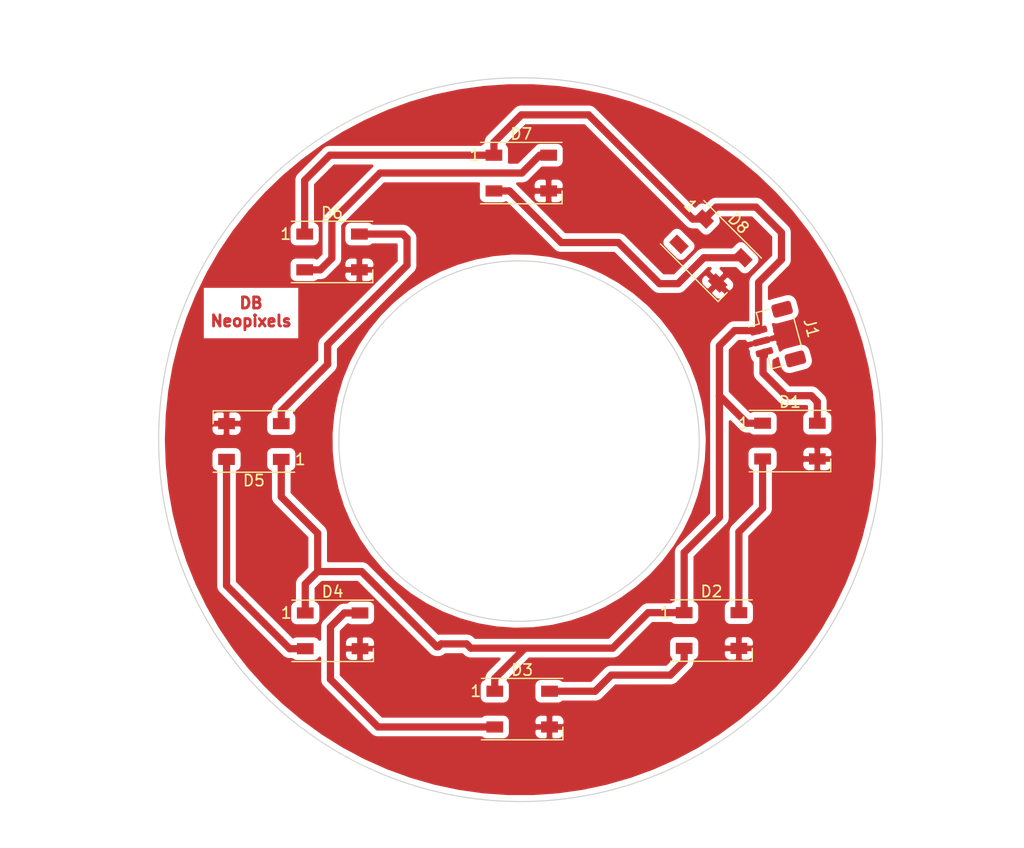
<source format=kicad_pcb>
(kicad_pcb (version 20171130) (host pcbnew "(5.0.1)-4")

  (general
    (thickness 1.6)
    (drawings 5)
    (tracks 85)
    (zones 0)
    (modules 9)
    (nets 12)
  )

  (page A4)
  (layers
    (0 F.Cu signal)
    (31 B.Cu signal)
    (32 B.Adhes user)
    (33 F.Adhes user)
    (34 B.Paste user)
    (35 F.Paste user)
    (36 B.SilkS user)
    (37 F.SilkS user)
    (38 B.Mask user)
    (39 F.Mask user)
    (40 Dwgs.User user)
    (41 Cmts.User user)
    (42 Eco1.User user)
    (43 Eco2.User user)
    (44 Edge.Cuts user)
    (45 Margin user)
    (46 B.CrtYd user)
    (47 F.CrtYd user)
    (48 B.Fab user)
    (49 F.Fab user)
  )

  (setup
    (last_trace_width 0.65)
    (trace_clearance 0.2)
    (zone_clearance 0.508)
    (zone_45_only no)
    (trace_min 0.2)
    (segment_width 0.2)
    (edge_width 0.1)
    (via_size 0.8)
    (via_drill 0.4)
    (via_min_size 0.4)
    (via_min_drill 0.3)
    (uvia_size 0.3)
    (uvia_drill 0.1)
    (uvias_allowed no)
    (uvia_min_size 0.2)
    (uvia_min_drill 0.1)
    (pcb_text_width 0.3)
    (pcb_text_size 1.5 1.5)
    (mod_edge_width 0.15)
    (mod_text_size 1 1)
    (mod_text_width 0.15)
    (pad_size 1.524 1.524)
    (pad_drill 0.762)
    (pad_to_mask_clearance 0)
    (solder_mask_min_width 0.25)
    (aux_axis_origin 73.66 74.549)
    (grid_origin 73.787 74.422)
    (visible_elements 7FFFFFFF)
    (pcbplotparams
      (layerselection 0x01028_ffffffff)
      (usegerberextensions false)
      (usegerberattributes false)
      (usegerberadvancedattributes false)
      (creategerberjobfile false)
      (excludeedgelayer true)
      (linewidth 0.100000)
      (plotframeref false)
      (viasonmask false)
      (mode 1)
      (useauxorigin true)
      (hpglpennumber 1)
      (hpglpenspeed 20)
      (hpglpendiameter 15.000000)
      (psnegative false)
      (psa4output false)
      (plotreference true)
      (plotvalue true)
      (plotinvisibletext false)
      (padsonsilk false)
      (subtractmaskfromsilk false)
      (outputformat 1)
      (mirror false)
      (drillshape 0)
      (scaleselection 1)
      (outputdirectory ""))
  )

  (net 0 "")
  (net 1 GND)
  (net 2 "Net-(D1-Pad4)")
  (net 3 "Net-(D1-Pad2)")
  (net 4 +5V)
  (net 5 "Net-(D2-Pad2)")
  (net 6 "Net-(D3-Pad2)")
  (net 7 "Net-(D4-Pad2)")
  (net 8 "Net-(D5-Pad2)")
  (net 9 "Net-(D6-Pad2)")
  (net 10 "Net-(D7-Pad2)")
  (net 11 "Net-(D8-Pad2)")

  (net_class Default "This is the default net class."
    (clearance 0.2)
    (trace_width 0.65)
    (via_dia 0.8)
    (via_drill 0.4)
    (uvia_dia 0.3)
    (uvia_drill 0.1)
    (add_net +5V)
    (add_net GND)
    (add_net "Net-(D1-Pad2)")
    (add_net "Net-(D1-Pad4)")
    (add_net "Net-(D2-Pad2)")
    (add_net "Net-(D3-Pad2)")
    (add_net "Net-(D4-Pad2)")
    (add_net "Net-(D5-Pad2)")
    (add_net "Net-(D6-Pad2)")
    (add_net "Net-(D7-Pad2)")
    (add_net "Net-(D8-Pad2)")
  )

  (module LED_SMD:LED_WS2812B_PLCC4_5.0x5.0mm_P3.2mm (layer F.Cu) (tedit 5AA4B285) (tstamp 5E5A9C4C)
    (at 97.914 74.549)
    (descr https://cdn-shop.adafruit.com/datasheets/WS2812B.pdf)
    (tags "LED RGB NeoPixel")
    (path /5E591C33)
    (attr smd)
    (fp_text reference D1 (at 0 -3.5) (layer F.SilkS)
      (effects (font (size 1 1) (thickness 0.15)))
    )
    (fp_text value WS2812B (at 0 4) (layer F.Fab)
      (effects (font (size 1 1) (thickness 0.15)))
    )
    (fp_text user 1 (at -4.15 -1.6) (layer F.SilkS)
      (effects (font (size 1 1) (thickness 0.15)))
    )
    (fp_text user %R (at 0 0) (layer F.Fab)
      (effects (font (size 0.8 0.8) (thickness 0.15)))
    )
    (fp_line (start 3.45 -2.75) (end -3.45 -2.75) (layer F.CrtYd) (width 0.05))
    (fp_line (start 3.45 2.75) (end 3.45 -2.75) (layer F.CrtYd) (width 0.05))
    (fp_line (start -3.45 2.75) (end 3.45 2.75) (layer F.CrtYd) (width 0.05))
    (fp_line (start -3.45 -2.75) (end -3.45 2.75) (layer F.CrtYd) (width 0.05))
    (fp_line (start 2.5 1.5) (end 1.5 2.5) (layer F.Fab) (width 0.1))
    (fp_line (start -2.5 -2.5) (end -2.5 2.5) (layer F.Fab) (width 0.1))
    (fp_line (start -2.5 2.5) (end 2.5 2.5) (layer F.Fab) (width 0.1))
    (fp_line (start 2.5 2.5) (end 2.5 -2.5) (layer F.Fab) (width 0.1))
    (fp_line (start 2.5 -2.5) (end -2.5 -2.5) (layer F.Fab) (width 0.1))
    (fp_line (start -3.65 -2.75) (end 3.65 -2.75) (layer F.SilkS) (width 0.12))
    (fp_line (start -3.65 2.75) (end 3.65 2.75) (layer F.SilkS) (width 0.12))
    (fp_line (start 3.65 2.75) (end 3.65 1.6) (layer F.SilkS) (width 0.12))
    (fp_circle (center 0 0) (end 0 -2) (layer F.Fab) (width 0.1))
    (pad 3 smd rect (at 2.45 1.6) (size 1.5 1) (layers F.Cu F.Paste F.Mask)
      (net 1 GND))
    (pad 4 smd rect (at 2.45 -1.6) (size 1.5 1) (layers F.Cu F.Paste F.Mask)
      (net 2 "Net-(D1-Pad4)"))
    (pad 2 smd rect (at -2.45 1.6) (size 1.5 1) (layers F.Cu F.Paste F.Mask)
      (net 3 "Net-(D1-Pad2)"))
    (pad 1 smd rect (at -2.45 -1.6) (size 1.5 1) (layers F.Cu F.Paste F.Mask)
      (net 4 +5V))
    (model ${KISYS3DMOD}/LED_SMD.3dshapes/LED_WS2812B_PLCC4_5.0x5.0mm_P3.2mm.wrl
      (at (xyz 0 0 0))
      (scale (xyz 1 1 1))
      (rotate (xyz 0 0 0))
    )
  )

  (module LED_SMD:LED_WS2812B_PLCC4_5.0x5.0mm_P3.2mm (layer F.Cu) (tedit 5AA4B285) (tstamp 5E5A9C63)
    (at 90.891318 91.512804)
    (descr https://cdn-shop.adafruit.com/datasheets/WS2812B.pdf)
    (tags "LED RGB NeoPixel")
    (path /5E5965BA)
    (attr smd)
    (fp_text reference D2 (at 0 -3.5) (layer F.SilkS)
      (effects (font (size 1 1) (thickness 0.15)))
    )
    (fp_text value WS2812B (at 0 4) (layer F.Fab)
      (effects (font (size 1 1) (thickness 0.15)))
    )
    (fp_circle (center 0 0) (end 0 -2) (layer F.Fab) (width 0.1))
    (fp_line (start 3.65 2.75) (end 3.65 1.6) (layer F.SilkS) (width 0.12))
    (fp_line (start -3.65 2.75) (end 3.65 2.75) (layer F.SilkS) (width 0.12))
    (fp_line (start -3.65 -2.75) (end 3.65 -2.75) (layer F.SilkS) (width 0.12))
    (fp_line (start 2.5 -2.5) (end -2.5 -2.5) (layer F.Fab) (width 0.1))
    (fp_line (start 2.5 2.5) (end 2.5 -2.5) (layer F.Fab) (width 0.1))
    (fp_line (start -2.5 2.5) (end 2.5 2.5) (layer F.Fab) (width 0.1))
    (fp_line (start -2.5 -2.5) (end -2.5 2.5) (layer F.Fab) (width 0.1))
    (fp_line (start 2.5 1.5) (end 1.5 2.5) (layer F.Fab) (width 0.1))
    (fp_line (start -3.45 -2.75) (end -3.45 2.75) (layer F.CrtYd) (width 0.05))
    (fp_line (start -3.45 2.75) (end 3.45 2.75) (layer F.CrtYd) (width 0.05))
    (fp_line (start 3.45 2.75) (end 3.45 -2.75) (layer F.CrtYd) (width 0.05))
    (fp_line (start 3.45 -2.75) (end -3.45 -2.75) (layer F.CrtYd) (width 0.05))
    (fp_text user %R (at 0 0) (layer F.Fab)
      (effects (font (size 0.8 0.8) (thickness 0.15)))
    )
    (fp_text user 1 (at -4.15 -1.6) (layer F.SilkS)
      (effects (font (size 1 1) (thickness 0.15)))
    )
    (pad 1 smd rect (at -2.45 -1.6) (size 1.5 1) (layers F.Cu F.Paste F.Mask)
      (net 4 +5V))
    (pad 2 smd rect (at -2.45 1.6) (size 1.5 1) (layers F.Cu F.Paste F.Mask)
      (net 5 "Net-(D2-Pad2)"))
    (pad 4 smd rect (at 2.45 -1.6) (size 1.5 1) (layers F.Cu F.Paste F.Mask)
      (net 3 "Net-(D1-Pad2)"))
    (pad 3 smd rect (at 2.45 1.6) (size 1.5 1) (layers F.Cu F.Paste F.Mask)
      (net 1 GND))
    (model ${KISYS3DMOD}/LED_SMD.3dshapes/LED_WS2812B_PLCC4_5.0x5.0mm_P3.2mm.wrl
      (at (xyz 0 0 0))
      (scale (xyz 1 1 1))
      (rotate (xyz 0 0 0))
    )
  )

  (module LED_SMD:LED_WS2812B_PLCC4_5.0x5.0mm_P3.2mm (layer F.Cu) (tedit 5AA4B285) (tstamp 5E5A9C7A)
    (at 73.933112 98.5489)
    (descr https://cdn-shop.adafruit.com/datasheets/WS2812B.pdf)
    (tags "LED RGB NeoPixel")
    (path /5E596BCC)
    (attr smd)
    (fp_text reference D3 (at 0 -3.5) (layer F.SilkS)
      (effects (font (size 1 1) (thickness 0.15)))
    )
    (fp_text value WS2812B (at 0 4) (layer F.Fab)
      (effects (font (size 1 1) (thickness 0.15)))
    )
    (fp_text user 1 (at -4.15 -1.6) (layer F.SilkS)
      (effects (font (size 1 1) (thickness 0.15)))
    )
    (fp_text user %R (at 0 0) (layer F.Fab)
      (effects (font (size 0.8 0.8) (thickness 0.15)))
    )
    (fp_line (start 3.45 -2.75) (end -3.45 -2.75) (layer F.CrtYd) (width 0.05))
    (fp_line (start 3.45 2.75) (end 3.45 -2.75) (layer F.CrtYd) (width 0.05))
    (fp_line (start -3.45 2.75) (end 3.45 2.75) (layer F.CrtYd) (width 0.05))
    (fp_line (start -3.45 -2.75) (end -3.45 2.75) (layer F.CrtYd) (width 0.05))
    (fp_line (start 2.5 1.5) (end 1.5 2.5) (layer F.Fab) (width 0.1))
    (fp_line (start -2.5 -2.5) (end -2.5 2.5) (layer F.Fab) (width 0.1))
    (fp_line (start -2.5 2.5) (end 2.5 2.5) (layer F.Fab) (width 0.1))
    (fp_line (start 2.5 2.5) (end 2.5 -2.5) (layer F.Fab) (width 0.1))
    (fp_line (start 2.5 -2.5) (end -2.5 -2.5) (layer F.Fab) (width 0.1))
    (fp_line (start -3.65 -2.75) (end 3.65 -2.75) (layer F.SilkS) (width 0.12))
    (fp_line (start -3.65 2.75) (end 3.65 2.75) (layer F.SilkS) (width 0.12))
    (fp_line (start 3.65 2.75) (end 3.65 1.6) (layer F.SilkS) (width 0.12))
    (fp_circle (center 0 0) (end 0 -2) (layer F.Fab) (width 0.1))
    (pad 3 smd rect (at 2.45 1.6) (size 1.5 1) (layers F.Cu F.Paste F.Mask)
      (net 1 GND))
    (pad 4 smd rect (at 2.45 -1.6) (size 1.5 1) (layers F.Cu F.Paste F.Mask)
      (net 5 "Net-(D2-Pad2)"))
    (pad 2 smd rect (at -2.45 1.6) (size 1.5 1) (layers F.Cu F.Paste F.Mask)
      (net 6 "Net-(D3-Pad2)"))
    (pad 1 smd rect (at -2.45 -1.6) (size 1.5 1) (layers F.Cu F.Paste F.Mask)
      (net 4 +5V))
    (model ${KISYS3DMOD}/LED_SMD.3dshapes/LED_WS2812B_PLCC4_5.0x5.0mm_P3.2mm.wrl
      (at (xyz 0 0 0))
      (scale (xyz 1 1 1))
      (rotate (xyz 0 0 0))
    )
  )

  (module LED_SMD:LED_WS2812B_PLCC4_5.0x5.0mm_P3.2mm (layer F.Cu) (tedit 5AA4B285) (tstamp 5E5A9C91)
    (at 56.963721 91.539822)
    (descr https://cdn-shop.adafruit.com/datasheets/WS2812B.pdf)
    (tags "LED RGB NeoPixel")
    (path /5E5971FB)
    (attr smd)
    (fp_text reference D4 (at 0 -3.5) (layer F.SilkS)
      (effects (font (size 1 1) (thickness 0.15)))
    )
    (fp_text value WS2812B (at 0 4) (layer F.Fab)
      (effects (font (size 1 1) (thickness 0.15)))
    )
    (fp_circle (center 0 0) (end 0 -2) (layer F.Fab) (width 0.1))
    (fp_line (start 3.65 2.75) (end 3.65 1.6) (layer F.SilkS) (width 0.12))
    (fp_line (start -3.65 2.75) (end 3.65 2.75) (layer F.SilkS) (width 0.12))
    (fp_line (start -3.65 -2.75) (end 3.65 -2.75) (layer F.SilkS) (width 0.12))
    (fp_line (start 2.5 -2.5) (end -2.5 -2.5) (layer F.Fab) (width 0.1))
    (fp_line (start 2.5 2.5) (end 2.5 -2.5) (layer F.Fab) (width 0.1))
    (fp_line (start -2.5 2.5) (end 2.5 2.5) (layer F.Fab) (width 0.1))
    (fp_line (start -2.5 -2.5) (end -2.5 2.5) (layer F.Fab) (width 0.1))
    (fp_line (start 2.5 1.5) (end 1.5 2.5) (layer F.Fab) (width 0.1))
    (fp_line (start -3.45 -2.75) (end -3.45 2.75) (layer F.CrtYd) (width 0.05))
    (fp_line (start -3.45 2.75) (end 3.45 2.75) (layer F.CrtYd) (width 0.05))
    (fp_line (start 3.45 2.75) (end 3.45 -2.75) (layer F.CrtYd) (width 0.05))
    (fp_line (start 3.45 -2.75) (end -3.45 -2.75) (layer F.CrtYd) (width 0.05))
    (fp_text user %R (at 0 0) (layer F.Fab)
      (effects (font (size 0.8 0.8) (thickness 0.15)))
    )
    (fp_text user 1 (at -4.15 -1.6) (layer F.SilkS)
      (effects (font (size 1 1) (thickness 0.15)))
    )
    (pad 1 smd rect (at -2.45 -1.6) (size 1.5 1) (layers F.Cu F.Paste F.Mask)
      (net 4 +5V))
    (pad 2 smd rect (at -2.45 1.6) (size 1.5 1) (layers F.Cu F.Paste F.Mask)
      (net 7 "Net-(D4-Pad2)"))
    (pad 4 smd rect (at 2.45 -1.6) (size 1.5 1) (layers F.Cu F.Paste F.Mask)
      (net 6 "Net-(D3-Pad2)"))
    (pad 3 smd rect (at 2.45 1.6) (size 1.5 1) (layers F.Cu F.Paste F.Mask)
      (net 1 GND))
    (model ${KISYS3DMOD}/LED_SMD.3dshapes/LED_WS2812B_PLCC4_5.0x5.0mm_P3.2mm.wrl
      (at (xyz 0 0 0))
      (scale (xyz 1 1 1))
      (rotate (xyz 0 0 0))
    )
  )

  (module LED_SMD:LED_WS2812B_PLCC4_5.0x5.0mm_P3.2mm (layer F.Cu) (tedit 5AA4B285) (tstamp 5E5A9CA8)
    (at 49.91403 74.587224 180)
    (descr https://cdn-shop.adafruit.com/datasheets/WS2812B.pdf)
    (tags "LED RGB NeoPixel")
    (path /5E5978FD)
    (attr smd)
    (fp_text reference D5 (at 0 -3.5) (layer F.SilkS)
      (effects (font (size 1 1) (thickness 0.15)))
    )
    (fp_text value WS2812B (at 0 4) (layer F.Fab)
      (effects (font (size 1 1) (thickness 0.15)))
    )
    (fp_text user 1 (at -4.15 -1.6) (layer F.SilkS)
      (effects (font (size 1 1) (thickness 0.15)))
    )
    (fp_text user %R (at 0 0) (layer F.Fab)
      (effects (font (size 0.8 0.8) (thickness 0.15)))
    )
    (fp_line (start 3.45 -2.75) (end -3.45 -2.75) (layer F.CrtYd) (width 0.05))
    (fp_line (start 3.45 2.75) (end 3.45 -2.75) (layer F.CrtYd) (width 0.05))
    (fp_line (start -3.45 2.75) (end 3.45 2.75) (layer F.CrtYd) (width 0.05))
    (fp_line (start -3.45 -2.75) (end -3.45 2.75) (layer F.CrtYd) (width 0.05))
    (fp_line (start 2.5 1.5) (end 1.5 2.5) (layer F.Fab) (width 0.1))
    (fp_line (start -2.5 -2.5) (end -2.5 2.5) (layer F.Fab) (width 0.1))
    (fp_line (start -2.5 2.5) (end 2.5 2.5) (layer F.Fab) (width 0.1))
    (fp_line (start 2.5 2.5) (end 2.5 -2.5) (layer F.Fab) (width 0.1))
    (fp_line (start 2.5 -2.5) (end -2.5 -2.5) (layer F.Fab) (width 0.1))
    (fp_line (start -3.65 -2.75) (end 3.65 -2.75) (layer F.SilkS) (width 0.12))
    (fp_line (start -3.65 2.75) (end 3.65 2.75) (layer F.SilkS) (width 0.12))
    (fp_line (start 3.65 2.75) (end 3.65 1.6) (layer F.SilkS) (width 0.12))
    (fp_circle (center 0 0) (end 0 -2) (layer F.Fab) (width 0.1))
    (pad 3 smd rect (at 2.45 1.6 180) (size 1.5 1) (layers F.Cu F.Paste F.Mask)
      (net 1 GND))
    (pad 4 smd rect (at 2.45 -1.6 180) (size 1.5 1) (layers F.Cu F.Paste F.Mask)
      (net 7 "Net-(D4-Pad2)"))
    (pad 2 smd rect (at -2.45 1.6 180) (size 1.5 1) (layers F.Cu F.Paste F.Mask)
      (net 8 "Net-(D5-Pad2)"))
    (pad 1 smd rect (at -2.45 -1.6 180) (size 1.5 1) (layers F.Cu F.Paste F.Mask)
      (net 4 +5V))
    (model ${KISYS3DMOD}/LED_SMD.3dshapes/LED_WS2812B_PLCC4_5.0x5.0mm_P3.2mm.wrl
      (at (xyz 0 0 0))
      (scale (xyz 1 1 1))
      (rotate (xyz 0 0 0))
    )
  )

  (module LED_SMD:LED_WS2812B_PLCC4_5.0x5.0mm_P3.2mm (layer F.Cu) (tedit 5AA4B285) (tstamp 5E5A9CBF)
    (at 56.909686 57.612256)
    (descr https://cdn-shop.adafruit.com/datasheets/WS2812B.pdf)
    (tags "LED RGB NeoPixel")
    (path /5E597C28)
    (attr smd)
    (fp_text reference D6 (at 0 -3.5) (layer F.SilkS)
      (effects (font (size 1 1) (thickness 0.15)))
    )
    (fp_text value WS2812B (at 0 4) (layer F.Fab)
      (effects (font (size 1 1) (thickness 0.15)))
    )
    (fp_circle (center 0 0) (end 0 -2) (layer F.Fab) (width 0.1))
    (fp_line (start 3.65 2.75) (end 3.65 1.6) (layer F.SilkS) (width 0.12))
    (fp_line (start -3.65 2.75) (end 3.65 2.75) (layer F.SilkS) (width 0.12))
    (fp_line (start -3.65 -2.75) (end 3.65 -2.75) (layer F.SilkS) (width 0.12))
    (fp_line (start 2.5 -2.5) (end -2.5 -2.5) (layer F.Fab) (width 0.1))
    (fp_line (start 2.5 2.5) (end 2.5 -2.5) (layer F.Fab) (width 0.1))
    (fp_line (start -2.5 2.5) (end 2.5 2.5) (layer F.Fab) (width 0.1))
    (fp_line (start -2.5 -2.5) (end -2.5 2.5) (layer F.Fab) (width 0.1))
    (fp_line (start 2.5 1.5) (end 1.5 2.5) (layer F.Fab) (width 0.1))
    (fp_line (start -3.45 -2.75) (end -3.45 2.75) (layer F.CrtYd) (width 0.05))
    (fp_line (start -3.45 2.75) (end 3.45 2.75) (layer F.CrtYd) (width 0.05))
    (fp_line (start 3.45 2.75) (end 3.45 -2.75) (layer F.CrtYd) (width 0.05))
    (fp_line (start 3.45 -2.75) (end -3.45 -2.75) (layer F.CrtYd) (width 0.05))
    (fp_text user %R (at 0 0) (layer F.Fab)
      (effects (font (size 0.8 0.8) (thickness 0.15)))
    )
    (fp_text user 1 (at -4.15 -1.6) (layer F.SilkS)
      (effects (font (size 1 1) (thickness 0.15)))
    )
    (pad 1 smd rect (at -2.45 -1.6) (size 1.5 1) (layers F.Cu F.Paste F.Mask)
      (net 4 +5V))
    (pad 2 smd rect (at -2.45 1.6) (size 1.5 1) (layers F.Cu F.Paste F.Mask)
      (net 9 "Net-(D6-Pad2)"))
    (pad 4 smd rect (at 2.45 -1.6) (size 1.5 1) (layers F.Cu F.Paste F.Mask)
      (net 8 "Net-(D5-Pad2)"))
    (pad 3 smd rect (at 2.45 1.6) (size 1.5 1) (layers F.Cu F.Paste F.Mask)
      (net 1 GND))
    (model ${KISYS3DMOD}/LED_SMD.3dshapes/LED_WS2812B_PLCC4_5.0x5.0mm_P3.2mm.wrl
      (at (xyz 0 0 0))
      (scale (xyz 1 1 1))
      (rotate (xyz 0 0 0))
    )
  )

  (module LED_SMD:LED_WS2812B_PLCC4_5.0x5.0mm_P3.2mm (layer F.Cu) (tedit 5AA4B285) (tstamp 5E5A9CD6)
    (at 73.856665 50.549068)
    (descr https://cdn-shop.adafruit.com/datasheets/WS2812B.pdf)
    (tags "LED RGB NeoPixel")
    (path /5E59830B)
    (attr smd)
    (fp_text reference D7 (at 0 -3.5) (layer F.SilkS)
      (effects (font (size 1 1) (thickness 0.15)))
    )
    (fp_text value WS2812B (at 0 4) (layer F.Fab)
      (effects (font (size 1 1) (thickness 0.15)))
    )
    (fp_text user 1 (at -4.15 -1.6) (layer F.SilkS)
      (effects (font (size 1 1) (thickness 0.15)))
    )
    (fp_text user %R (at 0 0) (layer F.Fab)
      (effects (font (size 0.8 0.8) (thickness 0.15)))
    )
    (fp_line (start 3.45 -2.75) (end -3.45 -2.75) (layer F.CrtYd) (width 0.05))
    (fp_line (start 3.45 2.75) (end 3.45 -2.75) (layer F.CrtYd) (width 0.05))
    (fp_line (start -3.45 2.75) (end 3.45 2.75) (layer F.CrtYd) (width 0.05))
    (fp_line (start -3.45 -2.75) (end -3.45 2.75) (layer F.CrtYd) (width 0.05))
    (fp_line (start 2.5 1.5) (end 1.5 2.5) (layer F.Fab) (width 0.1))
    (fp_line (start -2.5 -2.5) (end -2.5 2.5) (layer F.Fab) (width 0.1))
    (fp_line (start -2.5 2.5) (end 2.5 2.5) (layer F.Fab) (width 0.1))
    (fp_line (start 2.5 2.5) (end 2.5 -2.5) (layer F.Fab) (width 0.1))
    (fp_line (start 2.5 -2.5) (end -2.5 -2.5) (layer F.Fab) (width 0.1))
    (fp_line (start -3.65 -2.75) (end 3.65 -2.75) (layer F.SilkS) (width 0.12))
    (fp_line (start -3.65 2.75) (end 3.65 2.75) (layer F.SilkS) (width 0.12))
    (fp_line (start 3.65 2.75) (end 3.65 1.6) (layer F.SilkS) (width 0.12))
    (fp_circle (center 0 0) (end 0 -2) (layer F.Fab) (width 0.1))
    (pad 3 smd rect (at 2.45 1.6) (size 1.5 1) (layers F.Cu F.Paste F.Mask)
      (net 1 GND))
    (pad 4 smd rect (at 2.45 -1.6) (size 1.5 1) (layers F.Cu F.Paste F.Mask)
      (net 9 "Net-(D6-Pad2)"))
    (pad 2 smd rect (at -2.45 1.6) (size 1.5 1) (layers F.Cu F.Paste F.Mask)
      (net 10 "Net-(D7-Pad2)"))
    (pad 1 smd rect (at -2.45 -1.6) (size 1.5 1) (layers F.Cu F.Paste F.Mask)
      (net 4 +5V))
    (model ${KISYS3DMOD}/LED_SMD.3dshapes/LED_WS2812B_PLCC4_5.0x5.0mm_P3.2mm.wrl
      (at (xyz 0 0 0))
      (scale (xyz 1 1 1))
      (rotate (xyz 0 0 0))
    )
  )

  (module LED_SMD:LED_WS2812B_PLCC4_5.0x5.0mm_P3.2mm (layer F.Cu) (tedit 5AA4B285) (tstamp 5E5A9CED)
    (at 90.837198 57.531204 315)
    (descr https://cdn-shop.adafruit.com/datasheets/WS2812B.pdf)
    (tags "LED RGB NeoPixel")
    (path /5E5984E1)
    (attr smd)
    (fp_text reference D8 (at 0 -3.5 135) (layer F.SilkS)
      (effects (font (size 1 1) (thickness 0.15)))
    )
    (fp_text value WS2812B (at 0 4 135) (layer F.Fab)
      (effects (font (size 1 1) (thickness 0.15)))
    )
    (fp_circle (center 0 0) (end 0 -2) (layer F.Fab) (width 0.1))
    (fp_line (start 3.65 2.75) (end 3.65 1.6) (layer F.SilkS) (width 0.12))
    (fp_line (start -3.65 2.75) (end 3.65 2.75) (layer F.SilkS) (width 0.12))
    (fp_line (start -3.65 -2.75) (end 3.65 -2.75) (layer F.SilkS) (width 0.12))
    (fp_line (start 2.5 -2.5) (end -2.5 -2.5) (layer F.Fab) (width 0.1))
    (fp_line (start 2.5 2.5) (end 2.5 -2.5) (layer F.Fab) (width 0.1))
    (fp_line (start -2.5 2.5) (end 2.5 2.5) (layer F.Fab) (width 0.1))
    (fp_line (start -2.5 -2.5) (end -2.5 2.5) (layer F.Fab) (width 0.1))
    (fp_line (start 2.5 1.5) (end 1.5 2.5) (layer F.Fab) (width 0.1))
    (fp_line (start -3.45 -2.75) (end -3.45 2.75) (layer F.CrtYd) (width 0.05))
    (fp_line (start -3.45 2.75) (end 3.45 2.75) (layer F.CrtYd) (width 0.05))
    (fp_line (start 3.45 2.75) (end 3.45 -2.75) (layer F.CrtYd) (width 0.05))
    (fp_line (start 3.45 -2.75) (end -3.45 -2.75) (layer F.CrtYd) (width 0.05))
    (fp_text user %R (at 0 0 135) (layer F.Fab)
      (effects (font (size 0.8 0.8) (thickness 0.15)))
    )
    (fp_text user 1 (at -4.15 -1.6 135) (layer F.SilkS)
      (effects (font (size 1 1) (thickness 0.15)))
    )
    (pad 1 smd rect (at -2.45 -1.6 315) (size 1.5 1) (layers F.Cu F.Paste F.Mask)
      (net 4 +5V))
    (pad 2 smd rect (at -2.45 1.6 315) (size 1.5 1) (layers F.Cu F.Paste F.Mask)
      (net 11 "Net-(D8-Pad2)"))
    (pad 4 smd rect (at 2.45 -1.6 315) (size 1.5 1) (layers F.Cu F.Paste F.Mask)
      (net 10 "Net-(D7-Pad2)"))
    (pad 3 smd rect (at 2.45 1.6 315) (size 1.5 1) (layers F.Cu F.Paste F.Mask)
      (net 1 GND))
    (model ${KISYS3DMOD}/LED_SMD.3dshapes/LED_WS2812B_PLCC4_5.0x5.0mm_P3.2mm.wrl
      (at (xyz 0 0 0))
      (scale (xyz 1 1 1))
      (rotate (xyz 0 0 0))
    )
  )

  (module Connector_JST:JST_SH_BM03B-SRSS-TB_1x03-1MP_P1.00mm_Vertical (layer F.Cu) (tedit 5B78AD87) (tstamp 5E5AA188)
    (at 96.647 65.278 285)
    (descr "JST SH series connector, BM03B-SRSS-TB (http://www.jst-mfg.com/product/pdf/eng/eSH.pdf), generated with kicad-footprint-generator")
    (tags "connector JST SH side entry")
    (path /5E5932DC)
    (attr smd)
    (fp_text reference J1 (at 0 -3.3 105) (layer F.SilkS)
      (effects (font (size 1 1) (thickness 0.15)))
    )
    (fp_text value Conn_01x03_Female (at 0 3.3 105) (layer F.Fab)
      (effects (font (size 1 1) (thickness 0.15)))
    )
    (fp_line (start -2.5 1) (end 2.5 1) (layer F.Fab) (width 0.1))
    (fp_line (start -2.61 -0.04) (end -2.61 1.11) (layer F.SilkS) (width 0.12))
    (fp_line (start -2.61 1.11) (end -1.56 1.11) (layer F.SilkS) (width 0.12))
    (fp_line (start -1.56 1.11) (end -1.56 2.1) (layer F.SilkS) (width 0.12))
    (fp_line (start 2.61 -0.04) (end 2.61 1.11) (layer F.SilkS) (width 0.12))
    (fp_line (start 2.61 1.11) (end 1.56 1.11) (layer F.SilkS) (width 0.12))
    (fp_line (start -1.44 -2.01) (end 1.44 -2.01) (layer F.SilkS) (width 0.12))
    (fp_line (start -2.5 -1.9) (end 2.5 -1.9) (layer F.Fab) (width 0.1))
    (fp_line (start -2.5 1) (end -2.5 -1.9) (layer F.Fab) (width 0.1))
    (fp_line (start 2.5 1) (end 2.5 -1.9) (layer F.Fab) (width 0.1))
    (fp_line (start -1.15 -1.55) (end -1.15 -0.95) (layer F.Fab) (width 0.1))
    (fp_line (start -1.15 -0.95) (end -0.85 -0.95) (layer F.Fab) (width 0.1))
    (fp_line (start -0.85 -0.95) (end -0.85 -1.55) (layer F.Fab) (width 0.1))
    (fp_line (start -0.85 -1.55) (end -1.15 -1.55) (layer F.Fab) (width 0.1))
    (fp_line (start -0.15 -1.55) (end -0.15 -0.95) (layer F.Fab) (width 0.1))
    (fp_line (start -0.15 -0.95) (end 0.15 -0.95) (layer F.Fab) (width 0.1))
    (fp_line (start 0.15 -0.95) (end 0.15 -1.55) (layer F.Fab) (width 0.1))
    (fp_line (start 0.15 -1.55) (end -0.15 -1.55) (layer F.Fab) (width 0.1))
    (fp_line (start 0.85 -1.55) (end 0.85 -0.95) (layer F.Fab) (width 0.1))
    (fp_line (start 0.85 -0.95) (end 1.15 -0.95) (layer F.Fab) (width 0.1))
    (fp_line (start 1.15 -0.95) (end 1.15 -1.55) (layer F.Fab) (width 0.1))
    (fp_line (start 1.15 -1.55) (end 0.85 -1.55) (layer F.Fab) (width 0.1))
    (fp_line (start -3.4 -2.6) (end -3.4 2.6) (layer F.CrtYd) (width 0.05))
    (fp_line (start -3.4 2.6) (end 3.4 2.6) (layer F.CrtYd) (width 0.05))
    (fp_line (start 3.4 2.6) (end 3.4 -2.6) (layer F.CrtYd) (width 0.05))
    (fp_line (start 3.4 -2.6) (end -3.4 -2.6) (layer F.CrtYd) (width 0.05))
    (fp_line (start -1.5 1) (end -1 0.292893) (layer F.Fab) (width 0.1))
    (fp_line (start -1 0.292893) (end -0.5 1) (layer F.Fab) (width 0.1))
    (fp_text user %R (at 0 -0.25 105) (layer F.Fab)
      (effects (font (size 1 1) (thickness 0.15)))
    )
    (pad 1 smd roundrect (at -1 1.325 285) (size 0.6 1.55) (layers F.Cu F.Paste F.Mask) (roundrect_rratio 0.25)
      (net 4 +5V))
    (pad 2 smd roundrect (at 0 1.325 285) (size 0.6 1.55) (layers F.Cu F.Paste F.Mask) (roundrect_rratio 0.25)
      (net 1 GND))
    (pad 3 smd roundrect (at 1 1.325 285) (size 0.6 1.55) (layers F.Cu F.Paste F.Mask) (roundrect_rratio 0.25)
      (net 2 "Net-(D1-Pad4)"))
    (pad MP smd roundrect (at -2.3 -1.2 285) (size 1.2 1.8) (layers F.Cu F.Paste F.Mask) (roundrect_rratio 0.208333))
    (pad MP smd roundrect (at 2.3 -1.2 285) (size 1.2 1.8) (layers F.Cu F.Paste F.Mask) (roundrect_rratio 0.208333))
    (model ${KISYS3DMOD}/Connector_JST.3dshapes/JST_SH_BM03B-SRSS-TB_1x03-1MP_P1.00mm_Vertical.wrl
      (at (xyz 0 0 0))
      (scale (xyz 1 1 1))
      (rotate (xyz 0 0 0))
    )
  )

  (gr_text "DB\nNeopixels" (at 49.657 62.992) (layer F.Cu)
    (effects (font (size 1 1) (thickness 0.25)))
  )
  (gr_circle (center 73.787 74.422) (end 106.172 75.565) (layer Edge.Cuts) (width 0.1))
  (gr_circle (center 73.66 74.549) (end 89.789 75.057) (layer Edge.Cuts) (width 0.1))
  (gr_line (start 44.45 74.549) (end 103.124 74.422) (layer Dwgs.User) (width 0.15))
  (gr_line (start 73.787 45.974) (end 73.66 105.156) (layer Dwgs.User) (width 0.15))

  (segment (start 95.625967 66.897444) (end 95.504 67.019411) (width 0.65) (layer F.Cu) (net 2))
  (segment (start 95.625967 66.586861) (end 95.625967 66.897444) (width 0.65) (layer F.Cu) (net 2))
  (segment (start 95.504 67.019411) (end 95.504 68.453) (width 0.65) (layer F.Cu) (net 2))
  (segment (start 95.504 68.453) (end 97.536 70.485) (width 0.65) (layer F.Cu) (net 2))
  (segment (start 97.536 70.485) (end 99.822 70.485) (width 0.65) (layer F.Cu) (net 2))
  (segment (start 100.364 71.027) (end 100.364 72.949) (width 0.65) (layer F.Cu) (net 2))
  (segment (start 99.822 70.485) (end 100.364 71.027) (width 0.65) (layer F.Cu) (net 2))
  (segment (start 95.464 76.149) (end 95.464 80.558) (width 0.65) (layer F.Cu) (net 3))
  (segment (start 93.341318 82.680682) (end 93.341318 89.912804) (width 0.65) (layer F.Cu) (net 3))
  (segment (start 95.464 80.558) (end 93.341318 82.680682) (width 0.65) (layer F.Cu) (net 3))
  (segment (start 94.064 72.949) (end 91.6 70.485) (width 0.65) (layer F.Cu) (net 4))
  (segment (start 95.464 72.949) (end 94.064 72.949) (width 0.65) (layer F.Cu) (net 4))
  (segment (start 91.6 70.485) (end 91.6 66.007) (width 0.65) (layer F.Cu) (net 4))
  (segment (start 92.951991 64.655009) (end 95.108329 64.655009) (width 0.65) (layer F.Cu) (net 4))
  (segment (start 91.6 66.007) (end 92.951991 64.655009) (width 0.65) (layer F.Cu) (net 4))
  (segment (start 91.6 70.485) (end 91.6 81.374) (width 0.65) (layer F.Cu) (net 4))
  (segment (start 88.441318 84.532682) (end 88.441318 89.912804) (width 0.65) (layer F.Cu) (net 4))
  (segment (start 91.6 81.374) (end 88.441318 84.532682) (width 0.65) (layer F.Cu) (net 4))
  (segment (start 88.441318 89.912804) (end 85.220196 89.912804) (width 0.65) (layer F.Cu) (net 4))
  (segment (start 85.220196 89.912804) (end 82.042 93.091) (width 0.65) (layer F.Cu) (net 4))
  (segment (start 71.483112 95.7989) (end 71.483112 96.9489) (width 0.65) (layer F.Cu) (net 4))
  (segment (start 74.191012 93.091) (end 71.483112 95.7989) (width 0.65) (layer F.Cu) (net 4))
  (segment (start 82.042 93.091) (end 74.191012 93.091) (width 0.65) (layer F.Cu) (net 4))
  (segment (start 54.513721 87.345279) (end 54.513721 89.939822) (width 0.65) (layer F.Cu) (net 4))
  (segment (start 55.626 86.233) (end 54.513721 87.345279) (width 0.65) (layer F.Cu) (net 4))
  (segment (start 55.626 86.233) (end 55.626 82.804) (width 0.65) (layer F.Cu) (net 4))
  (segment (start 52.36403 79.54203) (end 52.36403 76.187224) (width 0.65) (layer F.Cu) (net 4))
  (segment (start 55.626 82.804) (end 52.36403 79.54203) (width 0.65) (layer F.Cu) (net 4))
  (segment (start 54.459686 56.012256) (end 54.459686 51.204314) (width 0.65) (layer F.Cu) (net 4))
  (segment (start 56.714932 48.949068) (end 71.406665 48.949068) (width 0.65) (layer F.Cu) (net 4))
  (segment (start 54.459686 51.204314) (end 56.714932 48.949068) (width 0.65) (layer F.Cu) (net 4))
  (segment (start 79.883 45.339) (end 89.211422 54.667422) (width 0.65) (layer F.Cu) (net 4))
  (segment (start 89.211422 54.667422) (end 90.236157 54.667422) (width 0.65) (layer F.Cu) (net 4))
  (segment (start 73.866733 45.339) (end 79.883 45.339) (width 0.65) (layer F.Cu) (net 4))
  (segment (start 71.406665 48.949068) (end 71.406665 47.799068) (width 0.65) (layer F.Cu) (net 4))
  (segment (start 71.406665 47.799068) (end 73.866733 45.339) (width 0.65) (layer F.Cu) (net 4))
  (segment (start 90.58971 54.313869) (end 90.593131 54.313869) (width 0.65) (layer F.Cu) (net 4))
  (segment (start 90.236157 54.667422) (end 90.58971 54.313869) (width 0.65) (layer F.Cu) (net 4))
  (segment (start 90.593131 54.313869) (end 91.313 53.594) (width 0.65) (layer F.Cu) (net 4))
  (segment (start 91.313 53.594) (end 94.869 53.594) (width 0.65) (layer F.Cu) (net 4))
  (segment (start 94.869 53.594) (end 97.155 55.88) (width 0.65) (layer F.Cu) (net 4))
  (segment (start 97.155 55.88) (end 97.155 58.293) (width 0.65) (layer F.Cu) (net 4))
  (segment (start 95.108329 60.339671) (end 95.108329 64.655009) (width 0.65) (layer F.Cu) (net 4))
  (segment (start 97.155 58.293) (end 95.108329 60.339671) (width 0.65) (layer F.Cu) (net 4))
  (segment (start 59.563 86.233) (end 55.626 86.233) (width 0.65) (layer F.Cu) (net 4))
  (segment (start 66.294 92.964) (end 59.563 86.233) (width 0.65) (layer F.Cu) (net 4))
  (segment (start 69.342 93.091) (end 68.961 92.71) (width 0.65) (layer F.Cu) (net 4))
  (segment (start 74.191012 93.091) (end 69.342 93.091) (width 0.65) (layer F.Cu) (net 4))
  (segment (start 66.421 92.964) (end 66.294 92.964) (width 0.65) (layer F.Cu) (net 4))
  (segment (start 68.961 92.71) (end 66.675 92.71) (width 0.65) (layer F.Cu) (net 4))
  (segment (start 66.675 92.71) (end 66.421 92.964) (width 0.65) (layer F.Cu) (net 4))
  (segment (start 88.441318 94.262804) (end 87.200122 95.504) (width 0.65) (layer F.Cu) (net 5))
  (segment (start 88.441318 93.112804) (end 88.441318 94.262804) (width 0.65) (layer F.Cu) (net 5))
  (segment (start 87.200122 95.504) (end 81.915 95.504) (width 0.65) (layer F.Cu) (net 5))
  (segment (start 80.4701 96.9489) (end 76.383112 96.9489) (width 0.65) (layer F.Cu) (net 5))
  (segment (start 81.915 95.504) (end 80.4701 96.9489) (width 0.65) (layer F.Cu) (net 5))
  (segment (start 71.483112 100.1489) (end 61.0329 100.1489) (width 0.65) (layer F.Cu) (net 6))
  (segment (start 61.0329 100.1489) (end 56.769 95.885) (width 0.65) (layer F.Cu) (net 6))
  (segment (start 58.013721 89.939822) (end 59.413721 89.939822) (width 0.65) (layer F.Cu) (net 6))
  (segment (start 56.769 91.184543) (end 58.013721 89.939822) (width 0.65) (layer F.Cu) (net 6))
  (segment (start 56.769 95.885) (end 56.769 91.184543) (width 0.65) (layer F.Cu) (net 6))
  (segment (start 47.46403 87.490131) (end 47.46403 76.187224) (width 0.65) (layer F.Cu) (net 7))
  (segment (start 54.513721 93.139822) (end 53.113721 93.139822) (width 0.65) (layer F.Cu) (net 7))
  (segment (start 53.113721 93.139822) (end 47.46403 87.490131) (width 0.65) (layer F.Cu) (net 7))
  (segment (start 52.36403 71.837224) (end 56.515 67.686254) (width 0.65) (layer F.Cu) (net 8))
  (segment (start 52.36403 72.987224) (end 52.36403 71.837224) (width 0.65) (layer F.Cu) (net 8))
  (segment (start 56.515 67.686254) (end 56.515 65.913) (width 0.65) (layer F.Cu) (net 8))
  (segment (start 56.515 65.913) (end 63.627 58.801) (width 0.65) (layer F.Cu) (net 8))
  (segment (start 63.627 58.801) (end 63.627 56.388) (width 0.65) (layer F.Cu) (net 8))
  (segment (start 63.251256 56.012256) (end 59.359686 56.012256) (width 0.65) (layer F.Cu) (net 8))
  (segment (start 63.627 56.388) (end 63.251256 56.012256) (width 0.65) (layer F.Cu) (net 8))
  (segment (start 75.510932 48.949068) (end 76.306665 48.949068) (width 0.65) (layer F.Cu) (net 9))
  (segment (start 73.914 50.546) (end 75.510932 48.949068) (width 0.65) (layer F.Cu) (net 9))
  (segment (start 55.859686 59.212256) (end 56.896 58.175942) (width 0.65) (layer F.Cu) (net 9))
  (segment (start 61.214 50.546) (end 73.914 50.546) (width 0.65) (layer F.Cu) (net 9))
  (segment (start 54.459686 59.212256) (end 55.859686 59.212256) (width 0.65) (layer F.Cu) (net 9))
  (segment (start 56.896 58.175942) (end 56.896 54.864) (width 0.65) (layer F.Cu) (net 9))
  (segment (start 56.896 54.864) (end 61.214 50.546) (width 0.65) (layer F.Cu) (net 9))
  (segment (start 72.806665 52.149068) (end 77.426597 56.769) (width 0.65) (layer F.Cu) (net 10))
  (segment (start 71.406665 52.149068) (end 72.806665 52.149068) (width 0.65) (layer F.Cu) (net 10))
  (segment (start 77.426597 56.769) (end 82.55 56.769) (width 0.65) (layer F.Cu) (net 10))
  (segment (start 82.55 56.769) (end 86.233 60.452) (width 0.65) (layer F.Cu) (net 10))
  (segment (start 86.233 60.452) (end 87.884 60.452) (width 0.65) (layer F.Cu) (net 10))
  (segment (start 90.203755 58.132245) (end 93.70098 58.132245) (width 0.65) (layer F.Cu) (net 10))
  (segment (start 87.884 60.452) (end 90.203755 58.132245) (width 0.65) (layer F.Cu) (net 10))

  (zone (net 1) (net_name GND) (layer F.Cu) (tstamp 5E5AA5E8) (hatch edge 0.508)
    (connect_pads (clearance 0.508))
    (min_thickness 0.254)
    (fill yes (arc_segments 32) (thermal_gap 0.508) (thermal_bridge_width 0.508))
    (polygon
      (pts
        (xy 118.872 110.998) (xy 27.305 110.236) (xy 27.178 35.052) (xy 27.305 35.179) (xy 118.364 35.052)
      )
    )
    (filled_polygon
      (pts
        (xy 77.10266 42.875602) (xy 79.295149 43.183737) (xy 81.460802 43.64406) (xy 83.58907 44.254331) (xy 85.669583 45.011576)
        (xy 87.692205 45.912105) (xy 89.647082 46.951532) (xy 91.524691 48.124792) (xy 93.315883 49.42617) (xy 95.011933 50.849324)
        (xy 96.604576 52.387323) (xy 98.086055 54.032672) (xy 99.449152 55.777355) (xy 100.687225 57.612874) (xy 101.794242 59.530285)
        (xy 102.764812 61.520247) (xy 103.594204 63.573065) (xy 104.278379 65.678738) (xy 104.814002 67.827007) (xy 105.198466 70.007406)
        (xy 105.429895 72.209313) (xy 105.507164 74.422) (xy 105.429895 76.634687) (xy 105.198466 78.836594) (xy 104.814002 81.016993)
        (xy 104.278379 83.165262) (xy 103.594204 85.270935) (xy 102.764812 87.323753) (xy 101.794242 89.313715) (xy 100.687225 91.231126)
        (xy 99.449152 93.066645) (xy 98.086055 94.811328) (xy 96.604576 96.456677) (xy 95.011933 97.994676) (xy 93.315883 99.41783)
        (xy 91.524691 100.719208) (xy 89.647082 101.892468) (xy 87.692205 102.931895) (xy 85.669583 103.832424) (xy 83.58907 104.589669)
        (xy 81.460802 105.19994) (xy 79.295149 105.660263) (xy 77.10266 105.968398) (xy 74.894018 106.122841) (xy 72.679982 106.122841)
        (xy 70.47134 105.968398) (xy 68.278851 105.660263) (xy 66.113198 105.19994) (xy 63.98493 104.589669) (xy 61.904417 103.832424)
        (xy 59.881795 102.931895) (xy 57.926918 101.892468) (xy 56.049309 100.719208) (xy 54.258117 99.41783) (xy 52.562067 97.994676)
        (xy 50.969424 96.456677) (xy 49.487945 94.811328) (xy 48.124848 93.066645) (xy 46.886775 91.231126) (xy 45.779758 89.313715)
        (xy 44.809188 87.323753) (xy 43.979796 85.270935) (xy 43.295621 83.165262) (xy 42.759998 81.016993) (xy 42.375534 78.836594)
        (xy 42.144105 76.634687) (xy 42.111019 75.687224) (xy 46.075958 75.687224) (xy 46.075958 76.687224) (xy 46.088218 76.811706)
        (xy 46.124528 76.931404) (xy 46.183493 77.041718) (xy 46.262845 77.138409) (xy 46.359536 77.217761) (xy 46.46985 77.276726)
        (xy 46.504031 77.287095) (xy 46.50403 87.442979) (xy 46.499386 87.490131) (xy 46.50403 87.537283) (xy 46.50403 87.537292)
        (xy 46.51792 87.678323) (xy 46.572814 87.859284) (xy 46.661957 88.026059) (xy 46.781923 88.172238) (xy 46.818561 88.202306)
        (xy 52.40155 93.785296) (xy 52.431614 93.821929) (xy 52.468247 93.851993) (xy 52.539062 93.910109) (xy 52.577793 93.941895)
        (xy 52.744567 94.031038) (xy 52.925528 94.085932) (xy 53.066559 94.099822) (xy 53.066561 94.099822) (xy 53.113721 94.104467)
        (xy 53.160881 94.099822) (xy 53.323277 94.099822) (xy 53.409227 94.170359) (xy 53.519541 94.229324) (xy 53.639239 94.265634)
        (xy 53.763721 94.277894) (xy 55.263721 94.277894) (xy 55.388203 94.265634) (xy 55.507901 94.229324) (xy 55.618215 94.170359)
        (xy 55.714906 94.091007) (xy 55.794258 93.994316) (xy 55.809 93.966735) (xy 55.809 95.837848) (xy 55.804356 95.885)
        (xy 55.809 95.932152) (xy 55.809 95.932161) (xy 55.82289 96.073192) (xy 55.877784 96.254153) (xy 55.966927 96.420928)
        (xy 56.086893 96.567107) (xy 56.123531 96.597175) (xy 60.320729 100.794374) (xy 60.350793 100.831007) (xy 60.387425 100.86107)
        (xy 60.496971 100.950973) (xy 60.595044 101.003394) (xy 60.663746 101.040116) (xy 60.844707 101.09501) (xy 60.985738 101.1089)
        (xy 60.985747 101.1089) (xy 61.032899 101.113544) (xy 61.080051 101.1089) (xy 70.292668 101.1089) (xy 70.378618 101.179437)
        (xy 70.488932 101.238402) (xy 70.60863 101.274712) (xy 70.733112 101.286972) (xy 72.233112 101.286972) (xy 72.357594 101.274712)
        (xy 72.477292 101.238402) (xy 72.587606 101.179437) (xy 72.684297 101.100085) (xy 72.763649 101.003394) (xy 72.822614 100.89308)
        (xy 72.858924 100.773382) (xy 72.871184 100.6489) (xy 72.871184 100.43465) (xy 74.998112 100.43465) (xy 74.998112 100.711442)
        (xy 75.022515 100.834123) (xy 75.070382 100.949685) (xy 75.139875 101.053689) (xy 75.228323 101.142137) (xy 75.332327 101.21163)
        (xy 75.447889 101.259497) (xy 75.57057 101.2839) (xy 76.097362 101.2839) (xy 76.256112 101.12515) (xy 76.256112 100.2759)
        (xy 76.510112 100.2759) (xy 76.510112 101.12515) (xy 76.668862 101.2839) (xy 77.195654 101.2839) (xy 77.318335 101.259497)
        (xy 77.433897 101.21163) (xy 77.537901 101.142137) (xy 77.626349 101.053689) (xy 77.695842 100.949685) (xy 77.743709 100.834123)
        (xy 77.768112 100.711442) (xy 77.768112 100.43465) (xy 77.609362 100.2759) (xy 76.510112 100.2759) (xy 76.256112 100.2759)
        (xy 75.156862 100.2759) (xy 74.998112 100.43465) (xy 72.871184 100.43465) (xy 72.871184 99.6489) (xy 72.865025 99.586358)
        (xy 74.998112 99.586358) (xy 74.998112 99.86315) (xy 75.156862 100.0219) (xy 76.256112 100.0219) (xy 76.256112 99.17265)
        (xy 76.510112 99.17265) (xy 76.510112 100.0219) (xy 77.609362 100.0219) (xy 77.768112 99.86315) (xy 77.768112 99.586358)
        (xy 77.743709 99.463677) (xy 77.695842 99.348115) (xy 77.626349 99.244111) (xy 77.537901 99.155663) (xy 77.433897 99.08617)
        (xy 77.318335 99.038303) (xy 77.195654 99.0139) (xy 76.668862 99.0139) (xy 76.510112 99.17265) (xy 76.256112 99.17265)
        (xy 76.097362 99.0139) (xy 75.57057 99.0139) (xy 75.447889 99.038303) (xy 75.332327 99.08617) (xy 75.228323 99.155663)
        (xy 75.139875 99.244111) (xy 75.070382 99.348115) (xy 75.022515 99.463677) (xy 74.998112 99.586358) (xy 72.865025 99.586358)
        (xy 72.858924 99.524418) (xy 72.822614 99.40472) (xy 72.763649 99.294406) (xy 72.684297 99.197715) (xy 72.587606 99.118363)
        (xy 72.477292 99.059398) (xy 72.357594 99.023088) (xy 72.233112 99.010828) (xy 70.733112 99.010828) (xy 70.60863 99.023088)
        (xy 70.488932 99.059398) (xy 70.378618 99.118363) (xy 70.292668 99.1889) (xy 61.430545 99.1889) (xy 57.729 95.487356)
        (xy 57.729 93.425572) (xy 58.028721 93.425572) (xy 58.028721 93.702364) (xy 58.053124 93.825045) (xy 58.100991 93.940607)
        (xy 58.170484 94.044611) (xy 58.258932 94.133059) (xy 58.362936 94.202552) (xy 58.478498 94.250419) (xy 58.601179 94.274822)
        (xy 59.127971 94.274822) (xy 59.286721 94.116072) (xy 59.286721 93.266822) (xy 59.540721 93.266822) (xy 59.540721 94.116072)
        (xy 59.699471 94.274822) (xy 60.226263 94.274822) (xy 60.348944 94.250419) (xy 60.464506 94.202552) (xy 60.56851 94.133059)
        (xy 60.656958 94.044611) (xy 60.726451 93.940607) (xy 60.774318 93.825045) (xy 60.798721 93.702364) (xy 60.798721 93.425572)
        (xy 60.639971 93.266822) (xy 59.540721 93.266822) (xy 59.286721 93.266822) (xy 58.187471 93.266822) (xy 58.028721 93.425572)
        (xy 57.729 93.425572) (xy 57.729 92.57728) (xy 58.028721 92.57728) (xy 58.028721 92.854072) (xy 58.187471 93.012822)
        (xy 59.286721 93.012822) (xy 59.286721 92.163572) (xy 59.540721 92.163572) (xy 59.540721 93.012822) (xy 60.639971 93.012822)
        (xy 60.798721 92.854072) (xy 60.798721 92.57728) (xy 60.774318 92.454599) (xy 60.726451 92.339037) (xy 60.656958 92.235033)
        (xy 60.56851 92.146585) (xy 60.464506 92.077092) (xy 60.348944 92.029225) (xy 60.226263 92.004822) (xy 59.699471 92.004822)
        (xy 59.540721 92.163572) (xy 59.286721 92.163572) (xy 59.127971 92.004822) (xy 58.601179 92.004822) (xy 58.478498 92.029225)
        (xy 58.362936 92.077092) (xy 58.258932 92.146585) (xy 58.170484 92.235033) (xy 58.100991 92.339037) (xy 58.053124 92.454599)
        (xy 58.028721 92.57728) (xy 57.729 92.57728) (xy 57.729 91.582187) (xy 58.329821 90.981367) (xy 58.419541 91.029324)
        (xy 58.539239 91.065634) (xy 58.663721 91.077894) (xy 60.163721 91.077894) (xy 60.288203 91.065634) (xy 60.407901 91.029324)
        (xy 60.518215 90.970359) (xy 60.614906 90.891007) (xy 60.694258 90.794316) (xy 60.753223 90.684002) (xy 60.789533 90.564304)
        (xy 60.801793 90.439822) (xy 60.801793 89.439822) (xy 60.789533 89.31534) (xy 60.753223 89.195642) (xy 60.694258 89.085328)
        (xy 60.614906 88.988637) (xy 60.518215 88.909285) (xy 60.407901 88.85032) (xy 60.288203 88.81401) (xy 60.163721 88.80175)
        (xy 58.663721 88.80175) (xy 58.539239 88.81401) (xy 58.419541 88.85032) (xy 58.309227 88.909285) (xy 58.223277 88.979822)
        (xy 58.060872 88.979822) (xy 58.01372 88.975178) (xy 57.966568 88.979822) (xy 57.966559 88.979822) (xy 57.825528 88.993712)
        (xy 57.644567 89.048606) (xy 57.535884 89.106698) (xy 57.477792 89.137749) (xy 57.38059 89.217521) (xy 57.331614 89.257715)
        (xy 57.30155 89.294348) (xy 56.123526 90.472373) (xy 56.086894 90.502436) (xy 56.05683 90.539069) (xy 56.056829 90.53907)
        (xy 55.966927 90.648615) (xy 55.877784 90.81539) (xy 55.863042 90.863989) (xy 55.826217 90.985388) (xy 55.822891 90.996351)
        (xy 55.804356 91.184543) (xy 55.809001 91.231705) (xy 55.809001 92.312909) (xy 55.794258 92.285328) (xy 55.714906 92.188637)
        (xy 55.618215 92.109285) (xy 55.507901 92.05032) (xy 55.388203 92.01401) (xy 55.263721 92.00175) (xy 53.763721 92.00175)
        (xy 53.639239 92.01401) (xy 53.519541 92.05032) (xy 53.429821 92.098277) (xy 48.42403 87.092487) (xy 48.42403 77.287094)
        (xy 48.45821 77.276726) (xy 48.568524 77.217761) (xy 48.665215 77.138409) (xy 48.744567 77.041718) (xy 48.803532 76.931404)
        (xy 48.839842 76.811706) (xy 48.852102 76.687224) (xy 48.852102 75.687224) (xy 50.975958 75.687224) (xy 50.975958 76.687224)
        (xy 50.988218 76.811706) (xy 51.024528 76.931404) (xy 51.083493 77.041718) (xy 51.162845 77.138409) (xy 51.259536 77.217761)
        (xy 51.36985 77.276726) (xy 51.404031 77.287095) (xy 51.40403 79.494878) (xy 51.399386 79.54203) (xy 51.40403 79.589182)
        (xy 51.40403 79.589191) (xy 51.41792 79.730222) (xy 51.472814 79.911183) (xy 51.561957 80.077958) (xy 51.681923 80.224137)
        (xy 51.718561 80.254205) (xy 54.666001 83.201646) (xy 54.666 85.835355) (xy 53.868252 86.633104) (xy 53.831614 86.663172)
        (xy 53.711648 86.809351) (xy 53.622505 86.976126) (xy 53.567611 87.157087) (xy 53.553721 87.298118) (xy 53.553721 87.298127)
        (xy 53.549077 87.345279) (xy 53.553721 87.392431) (xy 53.553722 88.839951) (xy 53.519541 88.85032) (xy 53.409227 88.909285)
        (xy 53.312536 88.988637) (xy 53.233184 89.085328) (xy 53.174219 89.195642) (xy 53.137909 89.31534) (xy 53.125649 89.439822)
        (xy 53.125649 90.439822) (xy 53.137909 90.564304) (xy 53.174219 90.684002) (xy 53.233184 90.794316) (xy 53.312536 90.891007)
        (xy 53.409227 90.970359) (xy 53.519541 91.029324) (xy 53.639239 91.065634) (xy 53.763721 91.077894) (xy 55.263721 91.077894)
        (xy 55.388203 91.065634) (xy 55.507901 91.029324) (xy 55.618215 90.970359) (xy 55.714906 90.891007) (xy 55.794258 90.794316)
        (xy 55.853223 90.684002) (xy 55.889533 90.564304) (xy 55.901793 90.439822) (xy 55.901793 89.439822) (xy 55.889533 89.31534)
        (xy 55.853223 89.195642) (xy 55.794258 89.085328) (xy 55.714906 88.988637) (xy 55.618215 88.909285) (xy 55.507901 88.85032)
        (xy 55.473721 88.839952) (xy 55.473721 87.742923) (xy 56.023645 87.193) (xy 59.165356 87.193) (xy 65.581829 93.609474)
        (xy 65.611893 93.646107) (xy 65.758072 93.766073) (xy 65.924846 93.855216) (xy 66.105807 93.91011) (xy 66.246838 93.924)
        (xy 66.246847 93.924) (xy 66.293999 93.928644) (xy 66.341151 93.924) (xy 66.373848 93.924) (xy 66.421 93.928644)
        (xy 66.468152 93.924) (xy 66.468162 93.924) (xy 66.609193 93.91011) (xy 66.790154 93.855216) (xy 66.956928 93.766073)
        (xy 67.073993 93.67) (xy 68.563356 93.67) (xy 68.629825 93.736469) (xy 68.659893 93.773107) (xy 68.806072 93.893073)
        (xy 68.972846 93.982216) (xy 69.153807 94.03711) (xy 69.294838 94.051) (xy 69.294847 94.051) (xy 69.341999 94.055644)
        (xy 69.389151 94.051) (xy 71.873368 94.051) (xy 70.837643 95.086725) (xy 70.801005 95.116793) (xy 70.681039 95.262972)
        (xy 70.591896 95.429747) (xy 70.537002 95.610708) (xy 70.523112 95.751739) (xy 70.523112 95.751748) (xy 70.518468 95.7989)
        (xy 70.523112 95.846053) (xy 70.523112 95.84903) (xy 70.488932 95.859398) (xy 70.378618 95.918363) (xy 70.281927 95.997715)
        (xy 70.202575 96.094406) (xy 70.14361 96.20472) (xy 70.1073 96.324418) (xy 70.09504 96.4489) (xy 70.09504 97.4489)
        (xy 70.1073 97.573382) (xy 70.14361 97.69308) (xy 70.202575 97.803394) (xy 70.281927 97.900085) (xy 70.378618 97.979437)
        (xy 70.488932 98.038402) (xy 70.60863 98.074712) (xy 70.733112 98.086972) (xy 72.233112 98.086972) (xy 72.357594 98.074712)
        (xy 72.477292 98.038402) (xy 72.587606 97.979437) (xy 72.684297 97.900085) (xy 72.763649 97.803394) (xy 72.822614 97.69308)
        (xy 72.858924 97.573382) (xy 72.871184 97.4489) (xy 72.871184 96.4489) (xy 74.99504 96.4489) (xy 74.99504 97.4489)
        (xy 75.0073 97.573382) (xy 75.04361 97.69308) (xy 75.102575 97.803394) (xy 75.181927 97.900085) (xy 75.278618 97.979437)
        (xy 75.388932 98.038402) (xy 75.50863 98.074712) (xy 75.633112 98.086972) (xy 77.133112 98.086972) (xy 77.257594 98.074712)
        (xy 77.377292 98.038402) (xy 77.487606 97.979437) (xy 77.573556 97.9089) (xy 80.422948 97.9089) (xy 80.4701 97.913544)
        (xy 80.517252 97.9089) (xy 80.517262 97.9089) (xy 80.658293 97.89501) (xy 80.839254 97.840116) (xy 81.006028 97.750973)
        (xy 81.152207 97.631007) (xy 81.182275 97.594369) (xy 82.312645 96.464) (xy 87.15297 96.464) (xy 87.200122 96.468644)
        (xy 87.247274 96.464) (xy 87.247284 96.464) (xy 87.388315 96.45011) (xy 87.569276 96.395216) (xy 87.73605 96.306073)
        (xy 87.882229 96.186107) (xy 87.912297 96.149469) (xy 89.086792 94.974975) (xy 89.123425 94.944911) (xy 89.199027 94.85279)
        (xy 89.243391 94.798733) (xy 89.332534 94.631958) (xy 89.355002 94.55789) (xy 89.387428 94.450997) (xy 89.401318 94.309966)
        (xy 89.401318 94.309957) (xy 89.405962 94.262805) (xy 89.401318 94.215653) (xy 89.401318 94.212674) (xy 89.435498 94.202306)
        (xy 89.545812 94.143341) (xy 89.642503 94.063989) (xy 89.721855 93.967298) (xy 89.78082 93.856984) (xy 89.81713 93.737286)
        (xy 89.82939 93.612804) (xy 89.82939 93.398554) (xy 91.956318 93.398554) (xy 91.956318 93.675346) (xy 91.980721 93.798027)
        (xy 92.028588 93.913589) (xy 92.098081 94.017593) (xy 92.186529 94.106041) (xy 92.290533 94.175534) (xy 92.406095 94.223401)
        (xy 92.528776 94.247804) (xy 93.055568 94.247804) (xy 93.214318 94.089054) (xy 93.214318 93.239804) (xy 93.468318 93.239804)
        (xy 93.468318 94.089054) (xy 93.627068 94.247804) (xy 94.15386 94.247804) (xy 94.276541 94.223401) (xy 94.392103 94.175534)
        (xy 94.496107 94.106041) (xy 94.584555 94.017593) (xy 94.654048 93.913589) (xy 94.701915 93.798027) (xy 94.726318 93.675346)
        (xy 94.726318 93.398554) (xy 94.567568 93.239804) (xy 93.468318 93.239804) (xy 93.214318 93.239804) (xy 92.115068 93.239804)
        (xy 91.956318 93.398554) (xy 89.82939 93.398554) (xy 89.82939 92.612804) (xy 89.823231 92.550262) (xy 91.956318 92.550262)
        (xy 91.956318 92.827054) (xy 92.115068 92.985804) (xy 93.214318 92.985804) (xy 93.214318 92.136554) (xy 93.468318 92.136554)
        (xy 93.468318 92.985804) (xy 94.567568 92.985804) (xy 94.726318 92.827054) (xy 94.726318 92.550262) (xy 94.701915 92.427581)
        (xy 94.654048 92.312019) (xy 94.584555 92.208015) (xy 94.496107 92.119567) (xy 94.392103 92.050074) (xy 94.276541 92.002207)
        (xy 94.15386 91.977804) (xy 93.627068 91.977804) (xy 93.468318 92.136554) (xy 93.214318 92.136554) (xy 93.055568 91.977804)
        (xy 92.528776 91.977804) (xy 92.406095 92.002207) (xy 92.290533 92.050074) (xy 92.186529 92.119567) (xy 92.098081 92.208015)
        (xy 92.028588 92.312019) (xy 91.980721 92.427581) (xy 91.956318 92.550262) (xy 89.823231 92.550262) (xy 89.81713 92.488322)
        (xy 89.78082 92.368624) (xy 89.721855 92.25831) (xy 89.642503 92.161619) (xy 89.545812 92.082267) (xy 89.435498 92.023302)
        (xy 89.3158 91.986992) (xy 89.191318 91.974732) (xy 87.691318 91.974732) (xy 87.566836 91.986992) (xy 87.447138 92.023302)
        (xy 87.336824 92.082267) (xy 87.240133 92.161619) (xy 87.160781 92.25831) (xy 87.101816 92.368624) (xy 87.065506 92.488322)
        (xy 87.053246 92.612804) (xy 87.053246 93.612804) (xy 87.065506 93.737286) (xy 87.101816 93.856984) (xy 87.160781 93.967298)
        (xy 87.240133 94.063989) (xy 87.263397 94.083081) (xy 86.802478 94.544) (xy 81.962151 94.544) (xy 81.914999 94.539356)
        (xy 81.867847 94.544) (xy 81.867838 94.544) (xy 81.726807 94.55789) (xy 81.545846 94.612784) (xy 81.379071 94.701927)
        (xy 81.281869 94.781699) (xy 81.232893 94.821893) (xy 81.202829 94.858526) (xy 80.072456 95.9889) (xy 77.573556 95.9889)
        (xy 77.487606 95.918363) (xy 77.377292 95.859398) (xy 77.257594 95.823088) (xy 77.133112 95.810828) (xy 75.633112 95.810828)
        (xy 75.50863 95.823088) (xy 75.388932 95.859398) (xy 75.278618 95.918363) (xy 75.181927 95.997715) (xy 75.102575 96.094406)
        (xy 75.04361 96.20472) (xy 75.0073 96.324418) (xy 74.99504 96.4489) (xy 72.871184 96.4489) (xy 72.858924 96.324418)
        (xy 72.822614 96.20472) (xy 72.763649 96.094406) (xy 72.684297 95.997715) (xy 72.661033 95.978623) (xy 74.588657 94.051)
        (xy 81.994848 94.051) (xy 82.042 94.055644) (xy 82.089152 94.051) (xy 82.089162 94.051) (xy 82.230193 94.03711)
        (xy 82.411154 93.982216) (xy 82.577928 93.893073) (xy 82.724107 93.773107) (xy 82.754175 93.736469) (xy 85.617841 90.872804)
        (xy 87.250874 90.872804) (xy 87.336824 90.943341) (xy 87.447138 91.002306) (xy 87.566836 91.038616) (xy 87.691318 91.050876)
        (xy 89.191318 91.050876) (xy 89.3158 91.038616) (xy 89.435498 91.002306) (xy 89.545812 90.943341) (xy 89.642503 90.863989)
        (xy 89.721855 90.767298) (xy 89.78082 90.656984) (xy 89.81713 90.537286) (xy 89.82939 90.412804) (xy 89.82939 89.412804)
        (xy 91.953246 89.412804) (xy 91.953246 90.412804) (xy 91.965506 90.537286) (xy 92.001816 90.656984) (xy 92.060781 90.767298)
        (xy 92.140133 90.863989) (xy 92.236824 90.943341) (xy 92.347138 91.002306) (xy 92.466836 91.038616) (xy 92.591318 91.050876)
        (xy 94.091318 91.050876) (xy 94.2158 91.038616) (xy 94.335498 91.002306) (xy 94.445812 90.943341) (xy 94.542503 90.863989)
        (xy 94.621855 90.767298) (xy 94.68082 90.656984) (xy 94.71713 90.537286) (xy 94.72939 90.412804) (xy 94.72939 89.412804)
        (xy 94.71713 89.288322) (xy 94.68082 89.168624) (xy 94.621855 89.05831) (xy 94.542503 88.961619) (xy 94.445812 88.882267)
        (xy 94.335498 88.823302) (xy 94.301318 88.812934) (xy 94.301318 83.078326) (xy 96.109474 81.270171) (xy 96.146107 81.240107)
        (xy 96.190669 81.185808) (xy 96.266073 81.093929) (xy 96.355216 80.927154) (xy 96.41011 80.746193) (xy 96.424 80.605162)
        (xy 96.424 80.60516) (xy 96.428645 80.558) (xy 96.424 80.51084) (xy 96.424 77.24887) (xy 96.45818 77.238502)
        (xy 96.568494 77.179537) (xy 96.665185 77.100185) (xy 96.744537 77.003494) (xy 96.803502 76.89318) (xy 96.839812 76.773482)
        (xy 96.852072 76.649) (xy 96.852072 76.43475) (xy 98.979 76.43475) (xy 98.979 76.711542) (xy 99.003403 76.834223)
        (xy 99.05127 76.949785) (xy 99.120763 77.053789) (xy 99.209211 77.142237) (xy 99.313215 77.21173) (xy 99.428777 77.259597)
        (xy 99.551458 77.284) (xy 100.07825 77.284) (xy 100.237 77.12525) (xy 100.237 76.276) (xy 100.491 76.276)
        (xy 100.491 77.12525) (xy 100.64975 77.284) (xy 101.176542 77.284) (xy 101.299223 77.259597) (xy 101.414785 77.21173)
        (xy 101.518789 77.142237) (xy 101.607237 77.053789) (xy 101.67673 76.949785) (xy 101.724597 76.834223) (xy 101.749 76.711542)
        (xy 101.749 76.43475) (xy 101.59025 76.276) (xy 100.491 76.276) (xy 100.237 76.276) (xy 99.13775 76.276)
        (xy 98.979 76.43475) (xy 96.852072 76.43475) (xy 96.852072 75.649) (xy 96.845913 75.586458) (xy 98.979 75.586458)
        (xy 98.979 75.86325) (xy 99.13775 76.022) (xy 100.237 76.022) (xy 100.237 75.17275) (xy 100.491 75.17275)
        (xy 100.491 76.022) (xy 101.59025 76.022) (xy 101.749 75.86325) (xy 101.749 75.586458) (xy 101.724597 75.463777)
        (xy 101.67673 75.348215) (xy 101.607237 75.244211) (xy 101.518789 75.155763) (xy 101.414785 75.08627) (xy 101.299223 75.038403)
        (xy 101.176542 75.014) (xy 100.64975 75.014) (xy 100.491 75.17275) (xy 100.237 75.17275) (xy 100.07825 75.014)
        (xy 99.551458 75.014) (xy 99.428777 75.038403) (xy 99.313215 75.08627) (xy 99.209211 75.155763) (xy 99.120763 75.244211)
        (xy 99.05127 75.348215) (xy 99.003403 75.463777) (xy 98.979 75.586458) (xy 96.845913 75.586458) (xy 96.839812 75.524518)
        (xy 96.803502 75.40482) (xy 96.744537 75.294506) (xy 96.665185 75.197815) (xy 96.568494 75.118463) (xy 96.45818 75.059498)
        (xy 96.338482 75.023188) (xy 96.214 75.010928) (xy 94.714 75.010928) (xy 94.589518 75.023188) (xy 94.46982 75.059498)
        (xy 94.359506 75.118463) (xy 94.262815 75.197815) (xy 94.183463 75.294506) (xy 94.124498 75.40482) (xy 94.088188 75.524518)
        (xy 94.075928 75.649) (xy 94.075928 76.649) (xy 94.088188 76.773482) (xy 94.124498 76.89318) (xy 94.183463 77.003494)
        (xy 94.262815 77.100185) (xy 94.359506 77.179537) (xy 94.46982 77.238502) (xy 94.504 77.24887) (xy 94.504001 80.160354)
        (xy 92.695849 81.968507) (xy 92.659211 81.998575) (xy 92.539245 82.144754) (xy 92.450102 82.311529) (xy 92.395208 82.49249)
        (xy 92.381318 82.633521) (xy 92.381318 82.63353) (xy 92.376674 82.680682) (xy 92.381318 82.727834) (xy 92.381319 88.812933)
        (xy 92.347138 88.823302) (xy 92.236824 88.882267) (xy 92.140133 88.961619) (xy 92.060781 89.05831) (xy 92.001816 89.168624)
        (xy 91.965506 89.288322) (xy 91.953246 89.412804) (xy 89.82939 89.412804) (xy 89.81713 89.288322) (xy 89.78082 89.168624)
        (xy 89.721855 89.05831) (xy 89.642503 88.961619) (xy 89.545812 88.882267) (xy 89.435498 88.823302) (xy 89.401318 88.812934)
        (xy 89.401318 84.930326) (xy 92.245474 82.086171) (xy 92.282107 82.056107) (xy 92.312171 82.019474) (xy 92.402073 81.909929)
        (xy 92.491216 81.743154) (xy 92.499442 81.716037) (xy 92.54611 81.562193) (xy 92.56 81.421162) (xy 92.56 81.42116)
        (xy 92.564645 81.374) (xy 92.56 81.32684) (xy 92.56 72.802645) (xy 93.351829 73.594474) (xy 93.381893 73.631107)
        (xy 93.418525 73.66117) (xy 93.528071 73.751073) (xy 93.626144 73.803494) (xy 93.694846 73.840216) (xy 93.875807 73.89511)
        (xy 94.016838 73.909) (xy 94.016847 73.909) (xy 94.063999 73.913644) (xy 94.111151 73.909) (xy 94.273556 73.909)
        (xy 94.359506 73.979537) (xy 94.46982 74.038502) (xy 94.589518 74.074812) (xy 94.714 74.087072) (xy 96.214 74.087072)
        (xy 96.338482 74.074812) (xy 96.45818 74.038502) (xy 96.568494 73.979537) (xy 96.665185 73.900185) (xy 96.744537 73.803494)
        (xy 96.803502 73.69318) (xy 96.839812 73.573482) (xy 96.852072 73.449) (xy 96.852072 72.449) (xy 96.839812 72.324518)
        (xy 96.803502 72.20482) (xy 96.744537 72.094506) (xy 96.665185 71.997815) (xy 96.568494 71.918463) (xy 96.45818 71.859498)
        (xy 96.338482 71.823188) (xy 96.214 71.810928) (xy 94.714 71.810928) (xy 94.589518 71.823188) (xy 94.46982 71.859498)
        (xy 94.3801 71.907455) (xy 92.56 70.087356) (xy 92.56 66.404644) (xy 92.702761 66.261883) (xy 94.07915 66.261883)
        (xy 94.099025 66.336059) (xy 94.154349 66.448243) (xy 94.201809 66.510094) (xy 94.197056 66.655274) (xy 94.222221 66.8077)
        (xy 94.299866 67.097478) (xy 94.354286 67.242067) (xy 94.435867 67.37326) (xy 94.541474 67.486016) (xy 94.544 67.487826)
        (xy 94.544001 68.405838) (xy 94.539356 68.453) (xy 94.544001 68.500162) (xy 94.557891 68.641193) (xy 94.574543 68.696086)
        (xy 94.612784 68.822153) (xy 94.701927 68.988928) (xy 94.791829 69.098473) (xy 94.821894 69.135107) (xy 94.858526 69.16517)
        (xy 96.823828 71.130473) (xy 96.853893 71.167107) (xy 96.890526 71.197171) (xy 97.000071 71.287073) (xy 97.166846 71.376216)
        (xy 97.347807 71.43111) (xy 97.488838 71.445) (xy 97.488848 71.445) (xy 97.536 71.449644) (xy 97.583152 71.445)
        (xy 99.404 71.445) (xy 99.404 71.849129) (xy 99.36982 71.859498) (xy 99.259506 71.918463) (xy 99.162815 71.997815)
        (xy 99.083463 72.094506) (xy 99.024498 72.20482) (xy 98.988188 72.324518) (xy 98.975928 72.449) (xy 98.975928 73.449)
        (xy 98.988188 73.573482) (xy 99.024498 73.69318) (xy 99.083463 73.803494) (xy 99.162815 73.900185) (xy 99.259506 73.979537)
        (xy 99.36982 74.038502) (xy 99.489518 74.074812) (xy 99.614 74.087072) (xy 101.114 74.087072) (xy 101.238482 74.074812)
        (xy 101.35818 74.038502) (xy 101.468494 73.979537) (xy 101.565185 73.900185) (xy 101.644537 73.803494) (xy 101.703502 73.69318)
        (xy 101.739812 73.573482) (xy 101.752072 73.449) (xy 101.752072 72.449) (xy 101.739812 72.324518) (xy 101.703502 72.20482)
        (xy 101.644537 72.094506) (xy 101.565185 71.997815) (xy 101.468494 71.918463) (xy 101.35818 71.859498) (xy 101.324 71.84913)
        (xy 101.324 71.07416) (xy 101.328645 71.027) (xy 101.324 70.979838) (xy 101.31011 70.838807) (xy 101.255216 70.657846)
        (xy 101.239227 70.627933) (xy 101.166073 70.491071) (xy 101.118967 70.433673) (xy 101.046107 70.344893) (xy 101.009469 70.314825)
        (xy 100.534175 69.839531) (xy 100.504107 69.802893) (xy 100.357928 69.682927) (xy 100.191154 69.593784) (xy 100.010193 69.53889)
        (xy 99.869162 69.525) (xy 99.869152 69.525) (xy 99.822 69.520356) (xy 99.774848 69.525) (xy 97.933645 69.525)
        (xy 96.464 68.055356) (xy 96.464 67.366096) (xy 96.485214 67.326407) (xy 96.617047 67.276789) (xy 96.748239 67.195209)
        (xy 96.807145 67.140038) (xy 96.825144 67.249055) (xy 97.006318 67.925205) (xy 97.067643 68.088139) (xy 97.159575 68.235979)
        (xy 97.278583 68.363042) (xy 97.420094 68.464447) (xy 97.578668 68.536296) (xy 97.748213 68.575828) (xy 97.922212 68.581525)
        (xy 98.093979 68.553166) (xy 99.349685 68.2167) (xy 99.512619 68.155376) (xy 99.660459 68.063443) (xy 99.787522 67.944435)
        (xy 99.888927 67.802924) (xy 99.960776 67.64435) (xy 100.000308 67.474805) (xy 100.006005 67.300806) (xy 99.977646 67.129039)
        (xy 99.796472 66.452889) (xy 99.735147 66.289955) (xy 99.643215 66.142115) (xy 99.524207 66.015052) (xy 99.382696 65.913647)
        (xy 99.224122 65.841798) (xy 99.054577 65.802266) (xy 98.880578 65.796569) (xy 98.708811 65.824928) (xy 97.453105 66.161394)
        (xy 97.290171 66.222718) (xy 97.142331 66.314651) (xy 97.03745 66.412884) (xy 97.029713 66.366022) (xy 96.952068 66.076244)
        (xy 96.897648 65.931655) (xy 96.820941 65.808301) (xy 96.831117 65.731006) (xy 96.822936 65.606189) (xy 96.803061 65.532013)
        (xy 96.608633 65.41976) (xy 96.304215 65.501329) (xy 96.293712 65.49888) (xy 96.139305 65.493825) (xy 95.98688 65.518991)
        (xy 95.5875 65.626005) (xy 95.437774 65.640751) (xy 95.256813 65.695645) (xy 95.185659 65.733678) (xy 94.779473 65.842515)
        (xy 94.634887 65.896933) (xy 94.503695 65.978513) (xy 94.495823 65.985886) (xy 94.191403 66.067455) (xy 94.07915 66.261883)
        (xy 92.702761 66.261883) (xy 93.349636 65.615009) (xy 93.910005 65.615009) (xy 93.91136 65.635681) (xy 93.931235 65.709857)
        (xy 94.125663 65.82211) (xy 94.430081 65.740541) (xy 94.440584 65.74299) (xy 94.594991 65.748045) (xy 94.747416 65.722879)
        (xy 95.146796 65.615865) (xy 95.155491 65.615009) (xy 95.296522 65.601119) (xy 95.477483 65.546225) (xy 95.548637 65.508192)
        (xy 95.954823 65.399355) (xy 96.099409 65.344937) (xy 96.230601 65.263357) (xy 96.238473 65.255984) (xy 96.542893 65.174415)
        (xy 96.655146 64.979987) (xy 96.635271 64.905811) (xy 96.579947 64.793627) (xy 96.532487 64.731776) (xy 96.53724 64.586596)
        (xy 96.512075 64.43417) (xy 96.43443 64.144392) (xy 96.417699 64.099938) (xy 96.557645 64.132569) (xy 96.731644 64.138266)
        (xy 96.903411 64.109907) (xy 98.159117 63.773441) (xy 98.322051 63.712117) (xy 98.469891 63.620184) (xy 98.596954 63.501176)
        (xy 98.698359 63.359665) (xy 98.770208 63.201091) (xy 98.80974 63.031546) (xy 98.815437 62.857547) (xy 98.787078 62.68578)
        (xy 98.605904 62.00963) (xy 98.544579 61.846696) (xy 98.452647 61.698856) (xy 98.333639 61.571793) (xy 98.192128 61.470388)
        (xy 98.033554 61.398539) (xy 97.864009 61.359007) (xy 97.69001 61.35331) (xy 97.518243 61.381669) (xy 96.262537 61.718135)
        (xy 96.099603 61.779459) (xy 96.068329 61.798906) (xy 96.068329 60.737315) (xy 97.800474 59.005171) (xy 97.837107 58.975107)
        (xy 97.876993 58.926506) (xy 97.957073 58.828929) (xy 98.046216 58.662154) (xy 98.068779 58.587774) (xy 98.10111 58.481193)
        (xy 98.115 58.340162) (xy 98.115 58.34016) (xy 98.119645 58.293) (xy 98.115 58.24584) (xy 98.115 55.927151)
        (xy 98.119644 55.879999) (xy 98.115 55.832847) (xy 98.115 55.832838) (xy 98.10111 55.691807) (xy 98.046216 55.510846)
        (xy 97.986929 55.399928) (xy 97.957073 55.344071) (xy 97.86717 55.234525) (xy 97.837107 55.197893) (xy 97.800474 55.167829)
        (xy 95.581175 52.948531) (xy 95.551107 52.911893) (xy 95.404928 52.791927) (xy 95.238154 52.702784) (xy 95.057193 52.64789)
        (xy 94.916162 52.634) (xy 94.916152 52.634) (xy 94.869 52.629356) (xy 94.821848 52.634) (xy 91.36016 52.634)
        (xy 91.313 52.629355) (xy 91.26584 52.634) (xy 91.265838 52.634) (xy 91.124807 52.64789) (xy 90.943846 52.702784)
        (xy 90.777072 52.791927) (xy 90.630893 52.911893) (xy 90.600829 52.948526) (xy 90.337289 53.212066) (xy 90.30356 53.194037)
        (xy 90.183862 53.157727) (xy 90.05938 53.145467) (xy 89.934898 53.157727) (xy 89.8152 53.194037) (xy 89.704886 53.253002)
        (xy 89.608195 53.332354) (xy 89.421097 53.519452) (xy 80.595175 44.693531) (xy 80.565107 44.656893) (xy 80.418928 44.536927)
        (xy 80.252154 44.447784) (xy 80.071193 44.39289) (xy 79.930162 44.379) (xy 79.930152 44.379) (xy 79.883 44.374356)
        (xy 79.835848 44.379) (xy 73.913893 44.379) (xy 73.866733 44.374355) (xy 73.819573 44.379) (xy 73.819571 44.379)
        (xy 73.67854 44.39289) (xy 73.497579 44.447784) (xy 73.330805 44.536927) (xy 73.184626 44.656893) (xy 73.154562 44.693526)
        (xy 70.761191 47.086898) (xy 70.724559 47.116961) (xy 70.694495 47.153594) (xy 70.694494 47.153595) (xy 70.604592 47.26314)
        (xy 70.515449 47.429915) (xy 70.460556 47.610876) (xy 70.442021 47.799068) (xy 70.446666 47.846229) (xy 70.446666 47.849197)
        (xy 70.412485 47.859566) (xy 70.302171 47.918531) (xy 70.216221 47.989068) (xy 56.762083 47.989068) (xy 56.714931 47.984424)
        (xy 56.667779 47.989068) (xy 56.66777 47.989068) (xy 56.526739 48.002958) (xy 56.345778 48.057852) (xy 56.237095 48.115944)
        (xy 56.179003 48.146995) (xy 56.108461 48.204888) (xy 56.032825 48.266961) (xy 56.002761 48.303594) (xy 53.814212 50.492144)
        (xy 53.77758 50.522207) (xy 53.747516 50.55884) (xy 53.747515 50.558841) (xy 53.657613 50.668386) (xy 53.56847 50.835161)
        (xy 53.513577 51.016122) (xy 53.495042 51.204314) (xy 53.499687 51.251476) (xy 53.499686 54.912386) (xy 53.465506 54.922754)
        (xy 53.355192 54.981719) (xy 53.258501 55.061071) (xy 53.179149 55.157762) (xy 53.120184 55.268076) (xy 53.083874 55.387774)
        (xy 53.071614 55.512256) (xy 53.071614 56.512256) (xy 53.083874 56.636738) (xy 53.120184 56.756436) (xy 53.179149 56.86675)
        (xy 53.258501 56.963441) (xy 53.355192 57.042793) (xy 53.465506 57.101758) (xy 53.585204 57.138068) (xy 53.709686 57.150328)
        (xy 55.209686 57.150328) (xy 55.334168 57.138068) (xy 55.453866 57.101758) (xy 55.56418 57.042793) (xy 55.660871 56.963441)
        (xy 55.740223 56.86675) (xy 55.799188 56.756436) (xy 55.835498 56.636738) (xy 55.847758 56.512256) (xy 55.847758 55.512256)
        (xy 55.835498 55.387774) (xy 55.799188 55.268076) (xy 55.740223 55.157762) (xy 55.660871 55.061071) (xy 55.56418 54.981719)
        (xy 55.453866 54.922754) (xy 55.419686 54.912386) (xy 55.419686 51.601958) (xy 57.112577 49.909068) (xy 60.493287 49.909068)
        (xy 56.250526 54.151829) (xy 56.213894 54.181893) (xy 56.18383 54.218526) (xy 56.183829 54.218527) (xy 56.093927 54.328072)
        (xy 56.004784 54.494847) (xy 55.949891 54.675808) (xy 55.931356 54.864) (xy 55.936001 54.911162) (xy 55.936 57.778297)
        (xy 55.543586 58.170711) (xy 55.453866 58.122754) (xy 55.334168 58.086444) (xy 55.209686 58.074184) (xy 53.709686 58.074184)
        (xy 53.585204 58.086444) (xy 53.465506 58.122754) (xy 53.355192 58.181719) (xy 53.258501 58.261071) (xy 53.179149 58.357762)
        (xy 53.120184 58.468076) (xy 53.083874 58.587774) (xy 53.071614 58.712256) (xy 53.071614 59.712256) (xy 53.083874 59.836738)
        (xy 53.120184 59.956436) (xy 53.179149 60.06675) (xy 53.258501 60.163441) (xy 53.355192 60.242793) (xy 53.465506 60.301758)
        (xy 53.585204 60.338068) (xy 53.709686 60.350328) (xy 55.209686 60.350328) (xy 55.334168 60.338068) (xy 55.453866 60.301758)
        (xy 55.56418 60.242793) (xy 55.65013 60.172256) (xy 55.812534 60.172256) (xy 55.859686 60.1769) (xy 55.906838 60.172256)
        (xy 55.906848 60.172256) (xy 56.047879 60.158366) (xy 56.22884 60.103472) (xy 56.395614 60.014329) (xy 56.541793 59.894363)
        (xy 56.571861 59.857725) (xy 56.93158 59.498006) (xy 57.974686 59.498006) (xy 57.974686 59.774798) (xy 57.999089 59.897479)
        (xy 58.046956 60.013041) (xy 58.116449 60.117045) (xy 58.204897 60.205493) (xy 58.308901 60.274986) (xy 58.424463 60.322853)
        (xy 58.547144 60.347256) (xy 59.073936 60.347256) (xy 59.232686 60.188506) (xy 59.232686 59.339256) (xy 59.486686 59.339256)
        (xy 59.486686 60.188506) (xy 59.645436 60.347256) (xy 60.172228 60.347256) (xy 60.294909 60.322853) (xy 60.410471 60.274986)
        (xy 60.514475 60.205493) (xy 60.602923 60.117045) (xy 60.672416 60.013041) (xy 60.720283 59.897479) (xy 60.744686 59.774798)
        (xy 60.744686 59.498006) (xy 60.585936 59.339256) (xy 59.486686 59.339256) (xy 59.232686 59.339256) (xy 58.133436 59.339256)
        (xy 57.974686 59.498006) (xy 56.93158 59.498006) (xy 57.541474 58.888113) (xy 57.578107 58.858049) (xy 57.658404 58.760207)
        (xy 57.698073 58.711871) (xy 57.731295 58.649714) (xy 57.974686 58.649714) (xy 57.974686 58.926506) (xy 58.133436 59.085256)
        (xy 59.232686 59.085256) (xy 59.232686 58.236006) (xy 59.486686 58.236006) (xy 59.486686 59.085256) (xy 60.585936 59.085256)
        (xy 60.744686 58.926506) (xy 60.744686 58.649714) (xy 60.720283 58.527033) (xy 60.672416 58.411471) (xy 60.602923 58.307467)
        (xy 60.514475 58.219019) (xy 60.410471 58.149526) (xy 60.294909 58.101659) (xy 60.172228 58.077256) (xy 59.645436 58.077256)
        (xy 59.486686 58.236006) (xy 59.232686 58.236006) (xy 59.073936 58.077256) (xy 58.547144 58.077256) (xy 58.424463 58.101659)
        (xy 58.308901 58.149526) (xy 58.204897 58.219019) (xy 58.116449 58.307467) (xy 58.046956 58.411471) (xy 57.999089 58.527033)
        (xy 57.974686 58.649714) (xy 57.731295 58.649714) (xy 57.734449 58.643815) (xy 57.787216 58.545096) (xy 57.84211 58.364135)
        (xy 57.856 58.223104) (xy 57.856 58.223095) (xy 57.860644 58.175943) (xy 57.856 58.128791) (xy 57.856 55.261644)
        (xy 61.611645 51.506) (xy 70.036491 51.506) (xy 70.030853 51.524586) (xy 70.018593 51.649068) (xy 70.018593 52.649068)
        (xy 70.030853 52.77355) (xy 70.067163 52.893248) (xy 70.126128 53.003562) (xy 70.20548 53.100253) (xy 70.302171 53.179605)
        (xy 70.412485 53.23857) (xy 70.532183 53.27488) (xy 70.656665 53.28714) (xy 72.156665 53.28714) (xy 72.281147 53.27488)
        (xy 72.400845 53.23857) (xy 72.490566 53.190613) (xy 76.714425 57.414473) (xy 76.74449 57.451107) (xy 76.890669 57.571073)
        (xy 77.057443 57.660216) (xy 77.238404 57.71511) (xy 77.379435 57.729) (xy 77.379444 57.729) (xy 77.426596 57.733644)
        (xy 77.473748 57.729) (xy 82.152356 57.729) (xy 85.520829 61.097474) (xy 85.550893 61.134107) (xy 85.587526 61.164171)
        (xy 85.66882 61.230887) (xy 85.697072 61.254073) (xy 85.863846 61.343216) (xy 86.044807 61.39811) (xy 86.185838 61.412)
        (xy 86.18584 61.412) (xy 86.233 61.416645) (xy 86.28016 61.412) (xy 87.836848 61.412) (xy 87.884 61.416644)
        (xy 87.931152 61.412) (xy 87.931162 61.412) (xy 88.072193 61.39811) (xy 88.253154 61.343216) (xy 88.419928 61.254073)
        (xy 88.516154 61.175102) (xy 90.837729 61.175102) (xy 90.837729 61.399608) (xy 91.210227 61.772106) (xy 91.314231 61.841599)
        (xy 91.429793 61.889467) (xy 91.552474 61.91387) (xy 91.677558 61.91387) (xy 91.800239 61.889467) (xy 91.915801 61.841599)
        (xy 92.019805 61.772106) (xy 92.108252 61.683658) (xy 92.215526 61.576385) (xy 92.215526 61.351878) (xy 91.438239 60.574591)
        (xy 90.837729 61.175102) (xy 88.516154 61.175102) (xy 88.566107 61.134107) (xy 88.596175 61.097469) (xy 89.537977 60.155667)
        (xy 89.919355 60.155667) (xy 89.919355 60.280751) (xy 89.943758 60.403432) (xy 89.991626 60.518994) (xy 90.061119 60.622998)
        (xy 90.433617 60.995496) (xy 90.658123 60.995496) (xy 91.258634 60.394986) (xy 91.617844 60.394986) (xy 92.395131 61.172273)
        (xy 92.619638 61.172273) (xy 92.726911 61.064999) (xy 92.815359 60.976552) (xy 92.884852 60.872548) (xy 92.93272 60.756986)
        (xy 92.957123 60.634305) (xy 92.957123 60.509221) (xy 92.93272 60.38654) (xy 92.884852 60.270978) (xy 92.815359 60.166974)
        (xy 92.442861 59.794476) (xy 92.218355 59.794476) (xy 91.617844 60.394986) (xy 91.258634 60.394986) (xy 90.481347 59.617699)
        (xy 90.25684 59.617699) (xy 90.149567 59.724973) (xy 90.061119 59.81342) (xy 89.991626 59.917424) (xy 89.943758 60.032986)
        (xy 89.919355 60.155667) (xy 89.537977 60.155667) (xy 90.6014 59.092245) (xy 90.782295 59.092245) (xy 90.768226 59.106314)
        (xy 90.660952 59.213587) (xy 90.660952 59.438094) (xy 91.438239 60.215381) (xy 92.038749 59.61487) (xy 92.038749 59.390364)
        (xy 91.74063 59.092245) (xy 93.051504 59.092245) (xy 93.426572 59.467313) (xy 93.523263 59.546665) (xy 93.633577 59.60563)
        (xy 93.753275 59.64194) (xy 93.877757 59.6542) (xy 94.002239 59.64194) (xy 94.121937 59.60563) (xy 94.232251 59.546665)
        (xy 94.328942 59.467313) (xy 95.036048 58.760207) (xy 95.1154 58.663516) (xy 95.174365 58.553202) (xy 95.210675 58.433504)
        (xy 95.222935 58.309022) (xy 95.210675 58.18454) (xy 95.174365 58.064842) (xy 95.1154 57.954528) (xy 95.036048 57.857837)
        (xy 93.975388 56.797177) (xy 93.878697 56.717825) (xy 93.768383 56.65886) (xy 93.648685 56.62255) (xy 93.524203 56.61029)
        (xy 93.399721 56.62255) (xy 93.280023 56.65886) (xy 93.169709 56.717825) (xy 93.073018 56.797177) (xy 92.69795 57.172245)
        (xy 90.250907 57.172245) (xy 90.203755 57.167601) (xy 90.156603 57.172245) (xy 90.156593 57.172245) (xy 90.015562 57.186135)
        (xy 89.834601 57.241029) (xy 89.667826 57.330172) (xy 89.565106 57.414473) (xy 89.521648 57.450138) (xy 89.491584 57.486771)
        (xy 87.486356 59.492) (xy 86.630645 59.492) (xy 83.892031 56.753386) (xy 86.451461 56.753386) (xy 86.463721 56.877868)
        (xy 86.500031 56.997566) (xy 86.558996 57.10788) (xy 86.638348 57.204571) (xy 87.699008 58.265231) (xy 87.795699 58.344583)
        (xy 87.906013 58.403548) (xy 88.025711 58.439858) (xy 88.150193 58.452118) (xy 88.274675 58.439858) (xy 88.394373 58.403548)
        (xy 88.504687 58.344583) (xy 88.601378 58.265231) (xy 89.308484 57.558125) (xy 89.387836 57.461434) (xy 89.446801 57.35112)
        (xy 89.483111 57.231422) (xy 89.495371 57.10694) (xy 89.483111 56.982458) (xy 89.446801 56.86276) (xy 89.387836 56.752446)
        (xy 89.308484 56.655755) (xy 88.247824 55.595095) (xy 88.151133 55.515743) (xy 88.040819 55.456778) (xy 87.921121 55.420468)
        (xy 87.796639 55.408208) (xy 87.672157 55.420468) (xy 87.552459 55.456778) (xy 87.442145 55.515743) (xy 87.345454 55.595095)
        (xy 86.638348 56.302201) (xy 86.558996 56.398892) (xy 86.500031 56.509206) (xy 86.463721 56.628904) (xy 86.451461 56.753386)
        (xy 83.892031 56.753386) (xy 83.262175 56.123531) (xy 83.232107 56.086893) (xy 83.085928 55.966927) (xy 82.919154 55.877784)
        (xy 82.738193 55.82289) (xy 82.597162 55.809) (xy 82.597152 55.809) (xy 82.55 55.804356) (xy 82.502848 55.809)
        (xy 77.824242 55.809) (xy 75.168964 53.153723) (xy 75.25588 53.211798) (xy 75.371442 53.259665) (xy 75.494123 53.284068)
        (xy 76.020915 53.284068) (xy 76.179665 53.125318) (xy 76.179665 52.276068) (xy 76.433665 52.276068) (xy 76.433665 53.125318)
        (xy 76.592415 53.284068) (xy 77.119207 53.284068) (xy 77.241888 53.259665) (xy 77.35745 53.211798) (xy 77.461454 53.142305)
        (xy 77.549902 53.053857) (xy 77.619395 52.949853) (xy 77.667262 52.834291) (xy 77.691665 52.71161) (xy 77.691665 52.434818)
        (xy 77.532915 52.276068) (xy 76.433665 52.276068) (xy 76.179665 52.276068) (xy 75.080415 52.276068) (xy 74.921665 52.434818)
        (xy 74.921665 52.71161) (xy 74.946068 52.834291) (xy 74.993935 52.949853) (xy 75.05201 53.036769) (xy 73.601767 51.586526)
        (xy 74.921665 51.586526) (xy 74.921665 51.863318) (xy 75.080415 52.022068) (xy 76.179665 52.022068) (xy 76.179665 51.172818)
        (xy 76.433665 51.172818) (xy 76.433665 52.022068) (xy 77.532915 52.022068) (xy 77.691665 51.863318) (xy 77.691665 51.586526)
        (xy 77.667262 51.463845) (xy 77.619395 51.348283) (xy 77.549902 51.244279) (xy 77.461454 51.155831) (xy 77.35745 51.086338)
        (xy 77.241888 51.038471) (xy 77.119207 51.014068) (xy 76.592415 51.014068) (xy 76.433665 51.172818) (xy 76.179665 51.172818)
        (xy 76.020915 51.014068) (xy 75.494123 51.014068) (xy 75.371442 51.038471) (xy 75.25588 51.086338) (xy 75.151876 51.155831)
        (xy 75.063428 51.244279) (xy 74.993935 51.348283) (xy 74.946068 51.463845) (xy 74.921665 51.586526) (xy 73.601767 51.586526)
        (xy 73.521241 51.506) (xy 73.866848 51.506) (xy 73.914 51.510644) (xy 73.961152 51.506) (xy 73.961162 51.506)
        (xy 74.102193 51.49211) (xy 74.283154 51.437216) (xy 74.449928 51.348073) (xy 74.596107 51.228107) (xy 74.626175 51.191469)
        (xy 75.730505 50.08714) (xy 77.056665 50.08714) (xy 77.181147 50.07488) (xy 77.300845 50.03857) (xy 77.411159 49.979605)
        (xy 77.50785 49.900253) (xy 77.587202 49.803562) (xy 77.646167 49.693248) (xy 77.682477 49.57355) (xy 77.694737 49.449068)
        (xy 77.694737 48.449068) (xy 77.682477 48.324586) (xy 77.646167 48.204888) (xy 77.587202 48.094574) (xy 77.50785 47.997883)
        (xy 77.411159 47.918531) (xy 77.300845 47.859566) (xy 77.181147 47.823256) (xy 77.056665 47.810996) (xy 75.556665 47.810996)
        (xy 75.432183 47.823256) (xy 75.312485 47.859566) (xy 75.202171 47.918531) (xy 75.10548 47.997883) (xy 75.026128 48.094574)
        (xy 75.00735 48.129705) (xy 74.975003 48.146995) (xy 74.904461 48.204888) (xy 74.828825 48.266961) (xy 74.798761 48.303594)
        (xy 73.516356 49.586) (xy 72.7787 49.586) (xy 72.782477 49.57355) (xy 72.794737 49.449068) (xy 72.794737 48.449068)
        (xy 72.782477 48.324586) (xy 72.746167 48.204888) (xy 72.687202 48.094574) (xy 72.60785 47.997883) (xy 72.584586 47.978791)
        (xy 74.264378 46.299) (xy 79.485356 46.299) (xy 88.499251 55.312896) (xy 88.529315 55.349529) (xy 88.565948 55.379593)
        (xy 88.675493 55.469495) (xy 88.762017 55.515743) (xy 88.842268 55.558638) (xy 89.023229 55.613532) (xy 89.16426 55.627422)
        (xy 89.164262 55.627422) (xy 89.211422 55.632067) (xy 89.258582 55.627422) (xy 89.586681 55.627422) (xy 89.961749 56.00249)
        (xy 90.05844 56.081842) (xy 90.168754 56.140807) (xy 90.288452 56.177117) (xy 90.412934 56.189377) (xy 90.537416 56.177117)
        (xy 90.657114 56.140807) (xy 90.767428 56.081842) (xy 90.864119 56.00249) (xy 91.571225 55.295384) (xy 91.650577 55.198693)
        (xy 91.709542 55.088379) (xy 91.745852 54.968681) (xy 91.758112 54.844199) (xy 91.745852 54.719717) (xy 91.709542 54.600019)
        (xy 91.693896 54.570748) (xy 91.710645 54.554) (xy 94.471356 54.554) (xy 96.195 56.277645) (xy 96.195001 57.895354)
        (xy 94.46286 59.627496) (xy 94.426222 59.657564) (xy 94.306256 59.803743) (xy 94.217113 59.970518) (xy 94.162219 60.151479)
        (xy 94.148329 60.29251) (xy 94.148329 60.292519) (xy 94.143685 60.339671) (xy 94.148329 60.386823) (xy 94.14833 63.695009)
        (xy 92.999142 63.695009) (xy 92.95199 63.690365) (xy 92.904838 63.695009) (xy 92.904829 63.695009) (xy 92.763798 63.708899)
        (xy 92.582837 63.763793) (xy 92.416062 63.852936) (xy 92.306517 63.942838) (xy 92.269884 63.972902) (xy 92.23982 64.009535)
        (xy 90.954526 65.29483) (xy 90.917894 65.324893) (xy 90.88783 65.361526) (xy 90.887829 65.361527) (xy 90.797927 65.471072)
        (xy 90.708784 65.637847) (xy 90.653891 65.818808) (xy 90.635356 66.007) (xy 90.640001 66.054162) (xy 90.64 70.437838)
        (xy 90.64 70.437848) (xy 90.635356 70.485) (xy 90.64 70.532152) (xy 90.640001 80.976354) (xy 87.795849 83.820507)
        (xy 87.759211 83.850575) (xy 87.639245 83.996754) (xy 87.550102 84.163529) (xy 87.495208 84.34449) (xy 87.481318 84.485521)
        (xy 87.481318 84.48553) (xy 87.476674 84.532682) (xy 87.481318 84.579834) (xy 87.481319 88.812933) (xy 87.447138 88.823302)
        (xy 87.336824 88.882267) (xy 87.250874 88.952804) (xy 85.267356 88.952804) (xy 85.220196 88.948159) (xy 85.173036 88.952804)
        (xy 85.173034 88.952804) (xy 85.032003 88.966694) (xy 84.851042 89.021588) (xy 84.684267 89.110731) (xy 84.651346 89.137749)
        (xy 84.538089 89.230697) (xy 84.508025 89.26733) (xy 81.644356 92.131) (xy 74.238172 92.131) (xy 74.191012 92.126355)
        (xy 74.143852 92.131) (xy 69.739644 92.131) (xy 69.673175 92.064531) (xy 69.643107 92.027893) (xy 69.496928 91.907927)
        (xy 69.330154 91.818784) (xy 69.149193 91.76389) (xy 69.008162 91.75) (xy 69.008152 91.75) (xy 68.961 91.745356)
        (xy 68.913848 91.75) (xy 66.722151 91.75) (xy 66.674999 91.745356) (xy 66.627847 91.75) (xy 66.627838 91.75)
        (xy 66.486807 91.76389) (xy 66.459744 91.772099) (xy 60.275175 85.587531) (xy 60.245107 85.550893) (xy 60.098928 85.430927)
        (xy 59.932154 85.341784) (xy 59.751193 85.28689) (xy 59.610162 85.273) (xy 59.610152 85.273) (xy 59.563 85.268356)
        (xy 59.515848 85.273) (xy 56.586 85.273) (xy 56.586 82.851151) (xy 56.590644 82.803999) (xy 56.586 82.756847)
        (xy 56.586 82.756838) (xy 56.57211 82.615807) (xy 56.517216 82.434846) (xy 56.428073 82.268071) (xy 56.33817 82.158525)
        (xy 56.308107 82.121893) (xy 56.271474 82.091829) (xy 53.32403 79.144386) (xy 53.32403 77.287094) (xy 53.35821 77.276726)
        (xy 53.468524 77.217761) (xy 53.565215 77.138409) (xy 53.644567 77.041718) (xy 53.703532 76.931404) (xy 53.739842 76.811706)
        (xy 53.752102 76.687224) (xy 53.752102 75.687224) (xy 53.739842 75.562742) (xy 53.703532 75.443044) (xy 53.644567 75.33273)
        (xy 53.565215 75.236039) (xy 53.468524 75.156687) (xy 53.35821 75.097722) (xy 53.238512 75.061412) (xy 53.11403 75.049152)
        (xy 51.61403 75.049152) (xy 51.489548 75.061412) (xy 51.36985 75.097722) (xy 51.259536 75.156687) (xy 51.162845 75.236039)
        (xy 51.083493 75.33273) (xy 51.024528 75.443044) (xy 50.988218 75.562742) (xy 50.975958 75.687224) (xy 48.852102 75.687224)
        (xy 48.839842 75.562742) (xy 48.803532 75.443044) (xy 48.744567 75.33273) (xy 48.665215 75.236039) (xy 48.568524 75.156687)
        (xy 48.45821 75.097722) (xy 48.338512 75.061412) (xy 48.21403 75.049152) (xy 46.71403 75.049152) (xy 46.589548 75.061412)
        (xy 46.46985 75.097722) (xy 46.359536 75.156687) (xy 46.262845 75.236039) (xy 46.183493 75.33273) (xy 46.124528 75.443044)
        (xy 46.088218 75.562742) (xy 46.075958 75.687224) (xy 42.111019 75.687224) (xy 42.066836 74.422) (xy 42.106961 73.272974)
        (xy 46.07903 73.272974) (xy 46.07903 73.549766) (xy 46.103433 73.672447) (xy 46.1513 73.788009) (xy 46.220793 73.892013)
        (xy 46.309241 73.980461) (xy 46.413245 74.049954) (xy 46.528807 74.097821) (xy 46.651488 74.122224) (xy 47.17828 74.122224)
        (xy 47.33703 73.963474) (xy 47.33703 73.114224) (xy 47.59103 73.114224) (xy 47.59103 73.963474) (xy 47.74978 74.122224)
        (xy 48.276572 74.122224) (xy 48.399253 74.097821) (xy 48.514815 74.049954) (xy 48.618819 73.980461) (xy 48.707267 73.892013)
        (xy 48.77676 73.788009) (xy 48.824627 73.672447) (xy 48.84903 73.549766) (xy 48.84903 73.272974) (xy 48.69028 73.114224)
        (xy 47.59103 73.114224) (xy 47.33703 73.114224) (xy 46.23778 73.114224) (xy 46.07903 73.272974) (xy 42.106961 73.272974)
        (xy 42.136584 72.424682) (xy 46.07903 72.424682) (xy 46.07903 72.701474) (xy 46.23778 72.860224) (xy 47.33703 72.860224)
        (xy 47.33703 72.010974) (xy 47.59103 72.010974) (xy 47.59103 72.860224) (xy 48.69028 72.860224) (xy 48.84903 72.701474)
        (xy 48.84903 72.487224) (xy 50.975958 72.487224) (xy 50.975958 73.487224) (xy 50.988218 73.611706) (xy 51.024528 73.731404)
        (xy 51.083493 73.841718) (xy 51.162845 73.938409) (xy 51.259536 74.017761) (xy 51.36985 74.076726) (xy 51.489548 74.113036)
        (xy 51.61403 74.125296) (xy 53.11403 74.125296) (xy 53.238512 74.113036) (xy 53.35821 74.076726) (xy 53.468524 74.017761)
        (xy 53.565215 73.938409) (xy 53.642915 73.84373) (xy 56.832775 73.84373) (xy 56.845929 75.518493) (xy 57.025355 77.183669)
        (xy 57.369278 78.822791) (xy 57.874299 80.41965) (xy 58.535421 81.958455) (xy 59.346109 83.423988) (xy 60.298345 84.801759)
        (xy 61.382712 86.078141) (xy 62.588487 87.240513) (xy 63.903748 88.277381) (xy 65.315486 89.17849) (xy 66.809742 89.934931)
        (xy 68.37174 90.539222) (xy 69.986032 90.985388) (xy 71.636656 91.269017) (xy 73.307288 91.387304) (xy 74.981408 91.33908)
        (xy 76.642461 91.12482) (xy 78.274021 90.746645) (xy 79.859953 90.208294) (xy 81.384575 89.51509) (xy 82.83281 88.673888)
        (xy 84.190336 87.693007) (xy 85.443729 86.582147) (xy 86.580594 85.352293) (xy 87.589689 84.015607) (xy 88.461036 82.585307)
        (xy 89.186017 81.075537) (xy 89.757464 79.501227) (xy 90.169725 77.877945) (xy 90.418724 76.221743) (xy 90.501998 74.549)
        (xy 90.49992 74.284457) (xy 90.390382 72.613229) (xy 90.1154 70.961143) (xy 89.677692 69.344536) (xy 89.081588 67.779396)
        (xy 88.332981 66.2812) (xy 87.439276 64.864763) (xy 86.409309 63.544091) (xy 85.253266 62.332246) (xy 83.982579 61.241211)
        (xy 82.609814 60.281774) (xy 81.148545 59.463424) (xy 79.613223 58.794254) (xy 78.01903 58.280879) (xy 76.381731 57.928378)
        (xy 74.717518 57.740236) (xy 73.042847 57.718313) (xy 71.374279 57.862827) (xy 69.728314 58.172348) (xy 68.121229 58.643815)
        (xy 66.568916 59.272567) (xy 65.086725 60.052385) (xy 63.689315 60.975557) (xy 62.390504 62.032956) (xy 61.203135 63.214125)
        (xy 60.13895 64.507382) (xy 59.208473 65.899939) (xy 58.420905 67.378026) (xy 57.784034 68.927026) (xy 57.304158 70.53162)
        (xy 56.986024 72.175942) (xy 56.832775 73.84373) (xy 53.642915 73.84373) (xy 53.644567 73.841718) (xy 53.703532 73.731404)
        (xy 53.739842 73.611706) (xy 53.752102 73.487224) (xy 53.752102 72.487224) (xy 53.739842 72.362742) (xy 53.703532 72.243044)
        (xy 53.644567 72.13273) (xy 53.565215 72.036039) (xy 53.541951 72.016947) (xy 57.160474 68.398425) (xy 57.197107 68.368361)
        (xy 57.282091 68.264808) (xy 57.317073 68.222183) (xy 57.406216 68.055408) (xy 57.406216 68.055407) (xy 57.46111 67.874447)
        (xy 57.475 67.733416) (xy 57.475 67.733407) (xy 57.479644 67.686255) (xy 57.475 67.639103) (xy 57.475 66.310644)
        (xy 64.272474 59.513171) (xy 64.309107 59.483107) (xy 64.376943 59.400449) (xy 64.429073 59.336929) (xy 64.518216 59.170154)
        (xy 64.527185 59.140587) (xy 64.57311 58.989193) (xy 64.587 58.848162) (xy 64.587 58.84816) (xy 64.591645 58.801)
        (xy 64.587 58.75384) (xy 64.587 56.435151) (xy 64.591644 56.387999) (xy 64.587 56.340847) (xy 64.587 56.340838)
        (xy 64.57311 56.199807) (xy 64.518216 56.018846) (xy 64.429073 55.852072) (xy 64.309107 55.705893) (xy 64.272469 55.675825)
        (xy 63.963431 55.366787) (xy 63.933363 55.330149) (xy 63.787184 55.210183) (xy 63.62041 55.12104) (xy 63.439449 55.066146)
        (xy 63.298418 55.052256) (xy 63.298408 55.052256) (xy 63.251256 55.047612) (xy 63.204104 55.052256) (xy 60.55013 55.052256)
        (xy 60.46418 54.981719) (xy 60.353866 54.922754) (xy 60.234168 54.886444) (xy 60.109686 54.874184) (xy 58.609686 54.874184)
        (xy 58.485204 54.886444) (xy 58.365506 54.922754) (xy 58.255192 54.981719) (xy 58.158501 55.061071) (xy 58.079149 55.157762)
        (xy 58.020184 55.268076) (xy 57.983874 55.387774) (xy 57.971614 55.512256) (xy 57.971614 56.512256) (xy 57.983874 56.636738)
        (xy 58.020184 56.756436) (xy 58.079149 56.86675) (xy 58.158501 56.963441) (xy 58.255192 57.042793) (xy 58.365506 57.101758)
        (xy 58.485204 57.138068) (xy 58.609686 57.150328) (xy 60.109686 57.150328) (xy 60.234168 57.138068) (xy 60.353866 57.101758)
        (xy 60.46418 57.042793) (xy 60.55013 56.972256) (xy 62.667001 56.972256) (xy 62.667 58.403355) (xy 55.869527 65.200829)
        (xy 55.832894 65.230893) (xy 55.80283 65.267526) (xy 55.802829 65.267527) (xy 55.712927 65.377072) (xy 55.623784 65.543847)
        (xy 55.595927 65.635681) (xy 55.568891 65.724807) (xy 55.5671 65.74299) (xy 55.550356 65.913) (xy 55.555001 65.960162)
        (xy 55.555 67.288609) (xy 51.718556 71.125053) (xy 51.681924 71.155117) (xy 51.65186 71.19175) (xy 51.651859 71.191751)
        (xy 51.561957 71.301296) (xy 51.472814 71.468071) (xy 51.417921 71.649032) (xy 51.399386 71.837224) (xy 51.404031 71.884385)
        (xy 51.404031 71.887353) (xy 51.36985 71.897722) (xy 51.259536 71.956687) (xy 51.162845 72.036039) (xy 51.083493 72.13273)
        (xy 51.024528 72.243044) (xy 50.988218 72.362742) (xy 50.975958 72.487224) (xy 48.84903 72.487224) (xy 48.84903 72.424682)
        (xy 48.824627 72.302001) (xy 48.77676 72.186439) (xy 48.707267 72.082435) (xy 48.618819 71.993987) (xy 48.514815 71.924494)
        (xy 48.399253 71.876627) (xy 48.276572 71.852224) (xy 47.74978 71.852224) (xy 47.59103 72.010974) (xy 47.33703 72.010974)
        (xy 47.17828 71.852224) (xy 46.651488 71.852224) (xy 46.528807 71.876627) (xy 46.413245 71.924494) (xy 46.309241 71.993987)
        (xy 46.220793 72.082435) (xy 46.1513 72.186439) (xy 46.103433 72.302001) (xy 46.07903 72.424682) (xy 42.136584 72.424682)
        (xy 42.144105 72.209313) (xy 42.375534 70.007406) (xy 42.759998 67.827007) (xy 43.295621 65.678738) (xy 43.979796 63.573065)
        (xy 44.809188 61.520247) (xy 45.209493 60.6995) (xy 45.301762 60.6995) (xy 45.301762 65.4695) (xy 54.012238 65.4695)
        (xy 54.012238 60.6995) (xy 45.301762 60.6995) (xy 45.209493 60.6995) (xy 45.779758 59.530285) (xy 46.886775 57.612874)
        (xy 48.124848 55.777355) (xy 49.487945 54.032672) (xy 50.969424 52.387323) (xy 52.562067 50.849324) (xy 54.258117 49.42617)
        (xy 56.049309 48.124792) (xy 57.926918 46.951532) (xy 59.881795 45.912105) (xy 61.904417 45.011576) (xy 63.98493 44.254331)
        (xy 66.113198 43.64406) (xy 68.278851 43.183737) (xy 70.47134 42.875602) (xy 72.679982 42.721159) (xy 74.894018 42.721159)
      )
    )
  )
)

</source>
